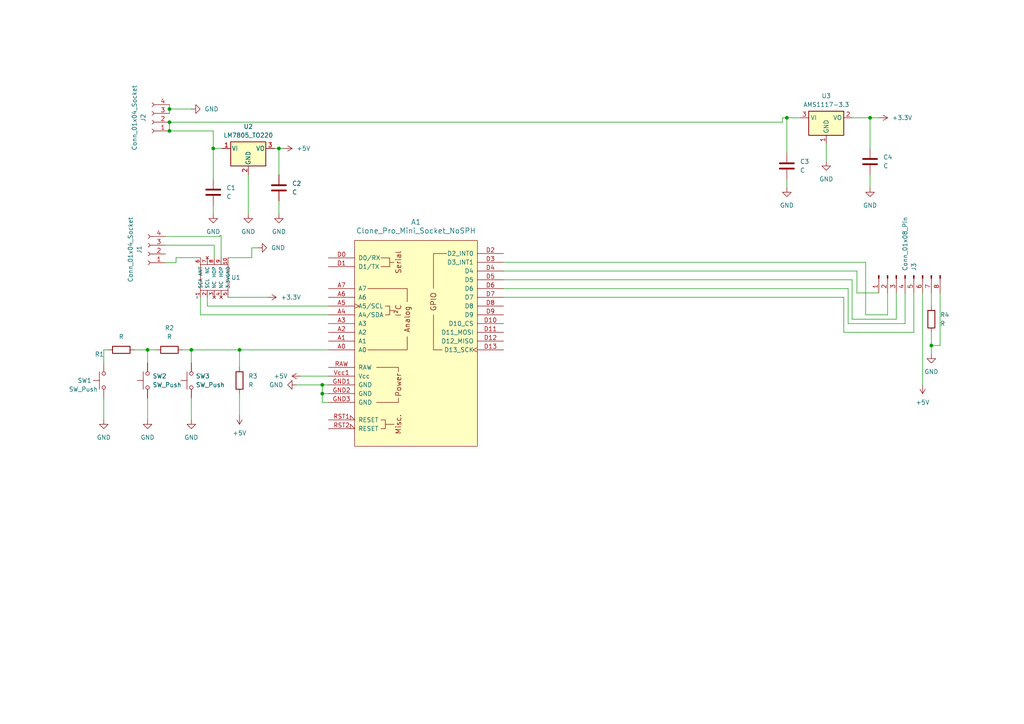
<source format=kicad_sch>
(kicad_sch (version 20230121) (generator eeschema)

  (uuid 05e959f9-bfc6-443c-aba1-40a733f134e9)

  (paper "A4")

  (lib_symbols
    (symbol "Connector:Conn_01x04_Socket" (pin_names (offset 1.016) hide) (in_bom yes) (on_board yes)
      (property "Reference" "J" (at 0 5.08 0)
        (effects (font (size 1.27 1.27)))
      )
      (property "Value" "Conn_01x04_Socket" (at 0 -7.62 0)
        (effects (font (size 1.27 1.27)))
      )
      (property "Footprint" "" (at 0 0 0)
        (effects (font (size 1.27 1.27)) hide)
      )
      (property "Datasheet" "~" (at 0 0 0)
        (effects (font (size 1.27 1.27)) hide)
      )
      (property "ki_locked" "" (at 0 0 0)
        (effects (font (size 1.27 1.27)))
      )
      (property "ki_keywords" "connector" (at 0 0 0)
        (effects (font (size 1.27 1.27)) hide)
      )
      (property "ki_description" "Generic connector, single row, 01x04, script generated" (at 0 0 0)
        (effects (font (size 1.27 1.27)) hide)
      )
      (property "ki_fp_filters" "Connector*:*_1x??_*" (at 0 0 0)
        (effects (font (size 1.27 1.27)) hide)
      )
      (symbol "Conn_01x04_Socket_1_1"
        (arc (start 0 -4.572) (mid -0.5058 -5.08) (end 0 -5.588)
          (stroke (width 0.1524) (type default))
          (fill (type none))
        )
        (arc (start 0 -2.032) (mid -0.5058 -2.54) (end 0 -3.048)
          (stroke (width 0.1524) (type default))
          (fill (type none))
        )
        (polyline
          (pts
            (xy -1.27 -5.08)
            (xy -0.508 -5.08)
          )
          (stroke (width 0.1524) (type default))
          (fill (type none))
        )
        (polyline
          (pts
            (xy -1.27 -2.54)
            (xy -0.508 -2.54)
          )
          (stroke (width 0.1524) (type default))
          (fill (type none))
        )
        (polyline
          (pts
            (xy -1.27 0)
            (xy -0.508 0)
          )
          (stroke (width 0.1524) (type default))
          (fill (type none))
        )
        (polyline
          (pts
            (xy -1.27 2.54)
            (xy -0.508 2.54)
          )
          (stroke (width 0.1524) (type default))
          (fill (type none))
        )
        (arc (start 0 0.508) (mid -0.5058 0) (end 0 -0.508)
          (stroke (width 0.1524) (type default))
          (fill (type none))
        )
        (arc (start 0 3.048) (mid -0.5058 2.54) (end 0 2.032)
          (stroke (width 0.1524) (type default))
          (fill (type none))
        )
        (pin passive line (at -5.08 2.54 0) (length 3.81)
          (name "Pin_1" (effects (font (size 1.27 1.27))))
          (number "1" (effects (font (size 1.27 1.27))))
        )
        (pin passive line (at -5.08 0 0) (length 3.81)
          (name "Pin_2" (effects (font (size 1.27 1.27))))
          (number "2" (effects (font (size 1.27 1.27))))
        )
        (pin passive line (at -5.08 -2.54 0) (length 3.81)
          (name "Pin_3" (effects (font (size 1.27 1.27))))
          (number "3" (effects (font (size 1.27 1.27))))
        )
        (pin passive line (at -5.08 -5.08 0) (length 3.81)
          (name "Pin_4" (effects (font (size 1.27 1.27))))
          (number "4" (effects (font (size 1.27 1.27))))
        )
      )
    )
    (symbol "Connector:Conn_01x08_Pin" (pin_names (offset 1.016) hide) (in_bom yes) (on_board yes)
      (property "Reference" "J" (at 0 10.16 0)
        (effects (font (size 1.27 1.27)))
      )
      (property "Value" "Conn_01x08_Pin" (at 0 -12.7 0)
        (effects (font (size 1.27 1.27)))
      )
      (property "Footprint" "" (at 0 0 0)
        (effects (font (size 1.27 1.27)) hide)
      )
      (property "Datasheet" "~" (at 0 0 0)
        (effects (font (size 1.27 1.27)) hide)
      )
      (property "ki_locked" "" (at 0 0 0)
        (effects (font (size 1.27 1.27)))
      )
      (property "ki_keywords" "connector" (at 0 0 0)
        (effects (font (size 1.27 1.27)) hide)
      )
      (property "ki_description" "Generic connector, single row, 01x08, script generated" (at 0 0 0)
        (effects (font (size 1.27 1.27)) hide)
      )
      (property "ki_fp_filters" "Connector*:*_1x??_*" (at 0 0 0)
        (effects (font (size 1.27 1.27)) hide)
      )
      (symbol "Conn_01x08_Pin_1_1"
        (polyline
          (pts
            (xy 1.27 -10.16)
            (xy 0.8636 -10.16)
          )
          (stroke (width 0.1524) (type default))
          (fill (type none))
        )
        (polyline
          (pts
            (xy 1.27 -7.62)
            (xy 0.8636 -7.62)
          )
          (stroke (width 0.1524) (type default))
          (fill (type none))
        )
        (polyline
          (pts
            (xy 1.27 -5.08)
            (xy 0.8636 -5.08)
          )
          (stroke (width 0.1524) (type default))
          (fill (type none))
        )
        (polyline
          (pts
            (xy 1.27 -2.54)
            (xy 0.8636 -2.54)
          )
          (stroke (width 0.1524) (type default))
          (fill (type none))
        )
        (polyline
          (pts
            (xy 1.27 0)
            (xy 0.8636 0)
          )
          (stroke (width 0.1524) (type default))
          (fill (type none))
        )
        (polyline
          (pts
            (xy 1.27 2.54)
            (xy 0.8636 2.54)
          )
          (stroke (width 0.1524) (type default))
          (fill (type none))
        )
        (polyline
          (pts
            (xy 1.27 5.08)
            (xy 0.8636 5.08)
          )
          (stroke (width 0.1524) (type default))
          (fill (type none))
        )
        (polyline
          (pts
            (xy 1.27 7.62)
            (xy 0.8636 7.62)
          )
          (stroke (width 0.1524) (type default))
          (fill (type none))
        )
        (rectangle (start 0.8636 -10.033) (end 0 -10.287)
          (stroke (width 0.1524) (type default))
          (fill (type outline))
        )
        (rectangle (start 0.8636 -7.493) (end 0 -7.747)
          (stroke (width 0.1524) (type default))
          (fill (type outline))
        )
        (rectangle (start 0.8636 -4.953) (end 0 -5.207)
          (stroke (width 0.1524) (type default))
          (fill (type outline))
        )
        (rectangle (start 0.8636 -2.413) (end 0 -2.667)
          (stroke (width 0.1524) (type default))
          (fill (type outline))
        )
        (rectangle (start 0.8636 0.127) (end 0 -0.127)
          (stroke (width 0.1524) (type default))
          (fill (type outline))
        )
        (rectangle (start 0.8636 2.667) (end 0 2.413)
          (stroke (width 0.1524) (type default))
          (fill (type outline))
        )
        (rectangle (start 0.8636 5.207) (end 0 4.953)
          (stroke (width 0.1524) (type default))
          (fill (type outline))
        )
        (rectangle (start 0.8636 7.747) (end 0 7.493)
          (stroke (width 0.1524) (type default))
          (fill (type outline))
        )
        (pin passive line (at 5.08 7.62 180) (length 3.81)
          (name "Pin_1" (effects (font (size 1.27 1.27))))
          (number "1" (effects (font (size 1.27 1.27))))
        )
        (pin passive line (at 5.08 5.08 180) (length 3.81)
          (name "Pin_2" (effects (font (size 1.27 1.27))))
          (number "2" (effects (font (size 1.27 1.27))))
        )
        (pin passive line (at 5.08 2.54 180) (length 3.81)
          (name "Pin_3" (effects (font (size 1.27 1.27))))
          (number "3" (effects (font (size 1.27 1.27))))
        )
        (pin passive line (at 5.08 0 180) (length 3.81)
          (name "Pin_4" (effects (font (size 1.27 1.27))))
          (number "4" (effects (font (size 1.27 1.27))))
        )
        (pin passive line (at 5.08 -2.54 180) (length 3.81)
          (name "Pin_5" (effects (font (size 1.27 1.27))))
          (number "5" (effects (font (size 1.27 1.27))))
        )
        (pin passive line (at 5.08 -5.08 180) (length 3.81)
          (name "Pin_6" (effects (font (size 1.27 1.27))))
          (number "6" (effects (font (size 1.27 1.27))))
        )
        (pin passive line (at 5.08 -7.62 180) (length 3.81)
          (name "Pin_7" (effects (font (size 1.27 1.27))))
          (number "7" (effects (font (size 1.27 1.27))))
        )
        (pin passive line (at 5.08 -10.16 180) (length 3.81)
          (name "Pin_8" (effects (font (size 1.27 1.27))))
          (number "8" (effects (font (size 1.27 1.27))))
        )
      )
    )
    (symbol "Device:C" (pin_numbers hide) (pin_names (offset 0.254)) (in_bom yes) (on_board yes)
      (property "Reference" "C" (at 0.635 2.54 0)
        (effects (font (size 1.27 1.27)) (justify left))
      )
      (property "Value" "C" (at 0.635 -2.54 0)
        (effects (font (size 1.27 1.27)) (justify left))
      )
      (property "Footprint" "" (at 0.9652 -3.81 0)
        (effects (font (size 1.27 1.27)) hide)
      )
      (property "Datasheet" "~" (at 0 0 0)
        (effects (font (size 1.27 1.27)) hide)
      )
      (property "ki_keywords" "cap capacitor" (at 0 0 0)
        (effects (font (size 1.27 1.27)) hide)
      )
      (property "ki_description" "Unpolarized capacitor" (at 0 0 0)
        (effects (font (size 1.27 1.27)) hide)
      )
      (property "ki_fp_filters" "C_*" (at 0 0 0)
        (effects (font (size 1.27 1.27)) hide)
      )
      (symbol "C_0_1"
        (polyline
          (pts
            (xy -2.032 -0.762)
            (xy 2.032 -0.762)
          )
          (stroke (width 0.508) (type default))
          (fill (type none))
        )
        (polyline
          (pts
            (xy -2.032 0.762)
            (xy 2.032 0.762)
          )
          (stroke (width 0.508) (type default))
          (fill (type none))
        )
      )
      (symbol "C_1_1"
        (pin passive line (at 0 3.81 270) (length 2.794)
          (name "~" (effects (font (size 1.27 1.27))))
          (number "1" (effects (font (size 1.27 1.27))))
        )
        (pin passive line (at 0 -3.81 90) (length 2.794)
          (name "~" (effects (font (size 1.27 1.27))))
          (number "2" (effects (font (size 1.27 1.27))))
        )
      )
    )
    (symbol "Device:R" (pin_numbers hide) (pin_names (offset 0)) (in_bom yes) (on_board yes)
      (property "Reference" "R" (at 2.032 0 90)
        (effects (font (size 1.27 1.27)))
      )
      (property "Value" "R" (at 0 0 90)
        (effects (font (size 1.27 1.27)))
      )
      (property "Footprint" "" (at -1.778 0 90)
        (effects (font (size 1.27 1.27)) hide)
      )
      (property "Datasheet" "~" (at 0 0 0)
        (effects (font (size 1.27 1.27)) hide)
      )
      (property "ki_keywords" "R res resistor" (at 0 0 0)
        (effects (font (size 1.27 1.27)) hide)
      )
      (property "ki_description" "Resistor" (at 0 0 0)
        (effects (font (size 1.27 1.27)) hide)
      )
      (property "ki_fp_filters" "R_*" (at 0 0 0)
        (effects (font (size 1.27 1.27)) hide)
      )
      (symbol "R_0_1"
        (rectangle (start -1.016 -2.54) (end 1.016 2.54)
          (stroke (width 0.254) (type default))
          (fill (type none))
        )
      )
      (symbol "R_1_1"
        (pin passive line (at 0 3.81 270) (length 1.27)
          (name "~" (effects (font (size 1.27 1.27))))
          (number "1" (effects (font (size 1.27 1.27))))
        )
        (pin passive line (at 0 -3.81 90) (length 1.27)
          (name "~" (effects (font (size 1.27 1.27))))
          (number "2" (effects (font (size 1.27 1.27))))
        )
      )
    )
    (symbol "New_Library:RDA" (in_bom yes) (on_board yes)
      (property "Reference" "U3" (at 5.75 -8.89 90)
        (effects (font (size 1.27 1.27)) (justify right))
      )
      (property "Value" "~" (at 0 1 0)
        (effects (font (size 1.27 1.27)))
      )
      (property "Footprint" "" (at 0 1 0)
        (effects (font (size 1.27 1.27)) hide)
      )
      (property "Datasheet" "" (at 0 1 0)
        (effects (font (size 1.27 1.27)) hide)
      )
      (property "ki_locked" "" (at 0 0 0)
        (effects (font (size 1.27 1.27)))
      )
      (symbol "RDA_1_1"
        (rectangle (start 2 0) (end 9.5 -8)
          (stroke (width 0) (type default))
          (fill (type none))
        )
        (pin tri_state line (at 0 0 0) (length 2)
          (name "SCA" (effects (font (size 1 1))))
          (number "1" (effects (font (size 1 1))))
        )
        (pin power_in line (at 11.5 -8 180) (length 2)
          (name "GND" (effects (font (size 1 1))))
          (number "10" (effects (font (size 1 1))))
        )
        (pin tri_state line (at 0 -2 0) (length 2)
          (name "SCL" (effects (font (size 1 1))))
          (number "2" (effects (font (size 1 1))))
        )
        (pin no_connect line (at 0 -4 0) (length 2)
          (name "NC" (effects (font (size 1 1))))
          (number "3" (effects (font (size 1 1))))
        )
        (pin no_connect line (at 0 -6 0) (length 2)
          (name "NC" (effects (font (size 1 1))))
          (number "4" (effects (font (size 1 1))))
        )
        (pin power_in line (at 0 -8 0) (length 2)
          (name "3.3V" (effects (font (size 1 1))))
          (number "5" (effects (font (size 1 1))))
        )
        (pin output line (at 11.5 0 180) (length 2)
          (name "ANT" (effects (font (size 1 1))))
          (number "6" (effects (font (size 1 1))))
        )
        (pin no_connect line (at 11.5 -2 180) (length 2)
          (name "NC" (effects (font (size 1 1))))
          (number "7" (effects (font (size 1 1))))
        )
        (pin output line (at 11.5 -4 180) (length 2)
          (name "HOP" (effects (font (size 1 1))))
          (number "8" (effects (font (size 1 1))))
        )
        (pin output line (at 11.5 -6 180) (length 2)
          (name "HOP" (effects (font (size 1 1))))
          (number "9" (effects (font (size 1 1))))
        )
      )
    )
    (symbol "PCM_arduino-library:Clone_Pro_Mini_Socket_NoSPH" (pin_names (offset 1.016)) (in_bom yes) (on_board yes)
      (property "Reference" "A" (at 0 36.83 0)
        (effects (font (size 1.524 1.524)))
      )
      (property "Value" "Clone_Pro_Mini_Socket_NoSPH" (at 0 33.02 0)
        (effects (font (size 1.524 1.524)))
      )
      (property "Footprint" "PCM_arduino-library:Clone_Pro_Mini_Socket_NoSPH" (at 0 -36.83 0)
        (effects (font (size 1.524 1.524)) hide)
      )
      (property "Datasheet" "https://www.addicore.com/Pro-Mini-p/ad249.htm" (at 0 -33.02 0)
        (effects (font (size 1.524 1.524)) hide)
      )
      (property "ki_keywords" "Clone MPU Shield" (at 0 0 0)
        (effects (font (size 1.27 1.27)) hide)
      )
      (property "ki_description" "Socket for Common Unofficial Pro Mini Clone (without Programming Header Pins)" (at 0 0 0)
        (effects (font (size 1.27 1.27)) hide)
      )
      (property "ki_fp_filters" "Clone_Pro_Mini_Socket_NoSPH" (at 0 0 0)
        (effects (font (size 1.27 1.27)) hide)
      )
      (symbol "Clone_Pro_Mini_Socket_NoSPH_0_0"
        (rectangle (start -17.78 30.48) (end 17.78 -29.21)
          (stroke (width 0) (type default))
          (fill (type background))
        )
        (polyline
          (pts
            (xy -7.62 10.16)
            (xy -6.35 10.16)
          )
          (stroke (width 0) (type default))
          (fill (type none))
        )
        (polyline
          (pts
            (xy -7.62 24.13)
            (xy -6.35 24.13)
          )
          (stroke (width 0) (type default))
          (fill (type none))
        )
        (polyline
          (pts
            (xy -6.35 -22.86)
            (xy -8.89 -22.86)
          )
          (stroke (width 0) (type default))
          (fill (type none))
        )
        (polyline
          (pts
            (xy -11.43 -16.51)
            (xy -5.08 -16.51)
            (xy -5.08 -15.24)
          )
          (stroke (width 0) (type default))
          (fill (type none))
        )
        (polyline
          (pts
            (xy -5.08 -7.62)
            (xy -5.08 -6.35)
            (xy -11.43 -6.35)
          )
          (stroke (width 0) (type default))
          (fill (type none))
        )
        (polyline
          (pts
            (xy -2.54 2.54)
            (xy -2.54 -1.27)
            (xy -13.97 -1.27)
          )
          (stroke (width 0) (type default))
          (fill (type none))
        )
        (polyline
          (pts
            (xy -2.54 12.7)
            (xy -2.54 16.51)
            (xy -13.97 16.51)
          )
          (stroke (width 0) (type default))
          (fill (type none))
        )
        (polyline
          (pts
            (xy -10.16 25.4)
            (xy -7.62 25.4)
            (xy -7.62 22.86)
            (xy -10.16 22.86)
          )
          (stroke (width 0) (type default))
          (fill (type none))
        )
        (polyline
          (pts
            (xy -8.89 11.43)
            (xy -7.62 11.43)
            (xy -7.62 8.89)
            (xy -8.89 8.89)
          )
          (stroke (width 0) (type default))
          (fill (type none))
        )
        (text "Analog" (at -2.54 7.62 900)
          (effects (font (size 1.524 1.524)))
        )
        (text "I²C" (at -5.08 10.16 900)
          (effects (font (size 1.524 1.524)))
        )
        (text "Misc." (at -5.08 -22.86 900)
          (effects (font (size 1.524 1.524)))
        )
        (text "Power" (at -5.08 -11.43 900)
          (effects (font (size 1.524 1.524)))
        )
        (text "Serial" (at -5.08 24.13 900)
          (effects (font (size 1.524 1.524)))
        )
      )
      (symbol "Clone_Pro_Mini_Socket_NoSPH_0_1"
        (polyline
          (pts
            (xy 7.62 -1.27)
            (xy 5.08 -1.27)
            (xy 5.08 8.89)
          )
          (stroke (width 0) (type default))
          (fill (type none))
        )
        (polyline
          (pts
            (xy 8.89 26.67)
            (xy 5.08 26.67)
            (xy 5.08 16.51)
          )
          (stroke (width 0) (type default))
          (fill (type none))
        )
        (polyline
          (pts
            (xy -10.16 -24.13)
            (xy -8.89 -24.13)
            (xy -8.89 -21.59)
            (xy -10.16 -21.59)
          )
          (stroke (width 0) (type default))
          (fill (type none))
        )
      )
      (symbol "Clone_Pro_Mini_Socket_NoSPH_1_0"
        (text "GPIO" (at 5.08 12.7 900)
          (effects (font (size 1.524 1.524)))
        )
      )
      (symbol "Clone_Pro_Mini_Socket_NoSPH_1_1"
        (pin bidirectional line (at -25.4 -1.27 0) (length 7.62)
          (name "A0" (effects (font (size 1.27 1.27))))
          (number "A0" (effects (font (size 1.27 1.27))))
        )
        (pin bidirectional line (at -25.4 1.27 0) (length 7.62)
          (name "A1" (effects (font (size 1.27 1.27))))
          (number "A1" (effects (font (size 1.27 1.27))))
        )
        (pin bidirectional line (at -25.4 3.81 0) (length 7.62)
          (name "A2" (effects (font (size 1.27 1.27))))
          (number "A2" (effects (font (size 1.27 1.27))))
        )
        (pin bidirectional line (at -25.4 6.35 0) (length 7.62)
          (name "A3" (effects (font (size 1.27 1.27))))
          (number "A3" (effects (font (size 1.27 1.27))))
        )
        (pin bidirectional line (at -25.4 8.89 0) (length 7.62)
          (name "A4/SDA" (effects (font (size 1.27 1.27))))
          (number "A4" (effects (font (size 1.27 1.27))))
        )
        (pin bidirectional clock (at -25.4 11.43 0) (length 7.62)
          (name "A5/SCL" (effects (font (size 1.27 1.27))))
          (number "A5" (effects (font (size 1.27 1.27))))
        )
        (pin input line (at -25.4 13.97 0) (length 7.62)
          (name "A6" (effects (font (size 1.27 1.27))))
          (number "A6" (effects (font (size 1.27 1.27))))
        )
        (pin input line (at -25.4 16.51 0) (length 7.62)
          (name "A7" (effects (font (size 1.27 1.27))))
          (number "A7" (effects (font (size 1.27 1.27))))
        )
        (pin bidirectional line (at -25.4 25.4 0) (length 7.62)
          (name "D0/RX" (effects (font (size 1.27 1.27))))
          (number "D0" (effects (font (size 1.27 1.27))))
        )
        (pin bidirectional line (at -25.4 22.86 0) (length 7.62)
          (name "D1/TX" (effects (font (size 1.27 1.27))))
          (number "D1" (effects (font (size 1.27 1.27))))
        )
        (pin bidirectional line (at 25.4 6.35 180) (length 7.62)
          (name "D10_CS" (effects (font (size 1.27 1.27))))
          (number "D10" (effects (font (size 1.27 1.27))))
        )
        (pin bidirectional line (at 25.4 3.81 180) (length 7.62)
          (name "D11_MOSI" (effects (font (size 1.27 1.27))))
          (number "D11" (effects (font (size 1.27 1.27))))
        )
        (pin bidirectional line (at 25.4 1.27 180) (length 7.62)
          (name "D12_MISO" (effects (font (size 1.27 1.27))))
          (number "D12" (effects (font (size 1.27 1.27))))
        )
        (pin bidirectional clock (at 25.4 -1.27 180) (length 7.62)
          (name "D13_SCK" (effects (font (size 1.27 1.27))))
          (number "D13" (effects (font (size 1.27 1.27))))
        )
        (pin bidirectional line (at 25.4 26.67 180) (length 7.62)
          (name "D2_INT0" (effects (font (size 1.27 1.27))))
          (number "D2" (effects (font (size 1.27 1.27))))
        )
        (pin bidirectional line (at 25.4 24.13 180) (length 7.62)
          (name "D3_INT1" (effects (font (size 1.27 1.27))))
          (number "D3" (effects (font (size 1.27 1.27))))
        )
        (pin bidirectional line (at 25.4 21.59 180) (length 7.62)
          (name "D4" (effects (font (size 1.27 1.27))))
          (number "D4" (effects (font (size 1.27 1.27))))
        )
        (pin bidirectional line (at 25.4 19.05 180) (length 7.62)
          (name "D5" (effects (font (size 1.27 1.27))))
          (number "D5" (effects (font (size 1.27 1.27))))
        )
        (pin bidirectional line (at 25.4 16.51 180) (length 7.62)
          (name "D6" (effects (font (size 1.27 1.27))))
          (number "D6" (effects (font (size 1.27 1.27))))
        )
        (pin bidirectional line (at 25.4 13.97 180) (length 7.62)
          (name "D7" (effects (font (size 1.27 1.27))))
          (number "D7" (effects (font (size 1.27 1.27))))
        )
        (pin bidirectional line (at 25.4 11.43 180) (length 7.62)
          (name "D8" (effects (font (size 1.27 1.27))))
          (number "D8" (effects (font (size 1.27 1.27))))
        )
        (pin bidirectional line (at 25.4 8.89 180) (length 7.62)
          (name "D9" (effects (font (size 1.27 1.27))))
          (number "D9" (effects (font (size 1.27 1.27))))
        )
        (pin power_in line (at -25.4 -11.43 0) (length 7.62)
          (name "GND" (effects (font (size 1.27 1.27))))
          (number "GND1" (effects (font (size 1.27 1.27))))
        )
        (pin power_in line (at -25.4 -13.97 0) (length 7.62)
          (name "GND" (effects (font (size 1.27 1.27))))
          (number "GND2" (effects (font (size 1.27 1.27))))
        )
        (pin power_in line (at -25.4 -16.51 0) (length 7.62)
          (name "GND" (effects (font (size 1.27 1.27))))
          (number "GND3" (effects (font (size 1.27 1.27))))
        )
        (pin power_in line (at -25.4 -6.35 0) (length 7.62)
          (name "RAW" (effects (font (size 1.27 1.27))))
          (number "RAW" (effects (font (size 1.27 1.27))))
        )
        (pin open_collector input_low (at -25.4 -21.59 0) (length 7.62)
          (name "RESET" (effects (font (size 1.27 1.27))))
          (number "RST1" (effects (font (size 1.27 1.27))))
        )
        (pin open_collector input_low (at -25.4 -24.13 0) (length 7.62)
          (name "RESET" (effects (font (size 1.27 1.27))))
          (number "RST2" (effects (font (size 1.27 1.27))))
        )
        (pin power_in line (at -25.4 -8.89 0) (length 7.62)
          (name "Vcc" (effects (font (size 1.27 1.27))))
          (number "Vcc1" (effects (font (size 1.27 1.27))))
        )
      )
    )
    (symbol "Regulator_Linear:AMS1117-3.3" (in_bom yes) (on_board yes)
      (property "Reference" "U" (at -3.81 3.175 0)
        (effects (font (size 1.27 1.27)))
      )
      (property "Value" "AMS1117-3.3" (at 0 3.175 0)
        (effects (font (size 1.27 1.27)) (justify left))
      )
      (property "Footprint" "Package_TO_SOT_SMD:SOT-223-3_TabPin2" (at 0 5.08 0)
        (effects (font (size 1.27 1.27)) hide)
      )
      (property "Datasheet" "http://www.advanced-monolithic.com/pdf/ds1117.pdf" (at 2.54 -6.35 0)
        (effects (font (size 1.27 1.27)) hide)
      )
      (property "ki_keywords" "linear regulator ldo fixed positive" (at 0 0 0)
        (effects (font (size 1.27 1.27)) hide)
      )
      (property "ki_description" "1A Low Dropout regulator, positive, 3.3V fixed output, SOT-223" (at 0 0 0)
        (effects (font (size 1.27 1.27)) hide)
      )
      (property "ki_fp_filters" "SOT?223*TabPin2*" (at 0 0 0)
        (effects (font (size 1.27 1.27)) hide)
      )
      (symbol "AMS1117-3.3_0_1"
        (rectangle (start -5.08 -5.08) (end 5.08 1.905)
          (stroke (width 0.254) (type default))
          (fill (type background))
        )
      )
      (symbol "AMS1117-3.3_1_1"
        (pin power_in line (at 0 -7.62 90) (length 2.54)
          (name "GND" (effects (font (size 1.27 1.27))))
          (number "1" (effects (font (size 1.27 1.27))))
        )
        (pin power_out line (at 7.62 0 180) (length 2.54)
          (name "VO" (effects (font (size 1.27 1.27))))
          (number "2" (effects (font (size 1.27 1.27))))
        )
        (pin power_in line (at -7.62 0 0) (length 2.54)
          (name "VI" (effects (font (size 1.27 1.27))))
          (number "3" (effects (font (size 1.27 1.27))))
        )
      )
    )
    (symbol "Regulator_Linear:LM7805_TO220" (pin_names (offset 0.254)) (in_bom yes) (on_board yes)
      (property "Reference" "U" (at -3.81 3.175 0)
        (effects (font (size 1.27 1.27)))
      )
      (property "Value" "LM7805_TO220" (at 0 3.175 0)
        (effects (font (size 1.27 1.27)) (justify left))
      )
      (property "Footprint" "Package_TO_SOT_THT:TO-220-3_Vertical" (at 0 5.715 0)
        (effects (font (size 1.27 1.27) italic) hide)
      )
      (property "Datasheet" "https://www.onsemi.cn/PowerSolutions/document/MC7800-D.PDF" (at 0 -1.27 0)
        (effects (font (size 1.27 1.27)) hide)
      )
      (property "ki_keywords" "Voltage Regulator 1A Positive" (at 0 0 0)
        (effects (font (size 1.27 1.27)) hide)
      )
      (property "ki_description" "Positive 1A 35V Linear Regulator, Fixed Output 5V, TO-220" (at 0 0 0)
        (effects (font (size 1.27 1.27)) hide)
      )
      (property "ki_fp_filters" "TO?220*" (at 0 0 0)
        (effects (font (size 1.27 1.27)) hide)
      )
      (symbol "LM7805_TO220_0_1"
        (rectangle (start -5.08 1.905) (end 5.08 -5.08)
          (stroke (width 0.254) (type default))
          (fill (type background))
        )
      )
      (symbol "LM7805_TO220_1_1"
        (pin power_in line (at -7.62 0 0) (length 2.54)
          (name "VI" (effects (font (size 1.27 1.27))))
          (number "1" (effects (font (size 1.27 1.27))))
        )
        (pin power_in line (at 0 -7.62 90) (length 2.54)
          (name "GND" (effects (font (size 1.27 1.27))))
          (number "2" (effects (font (size 1.27 1.27))))
        )
        (pin power_out line (at 7.62 0 180) (length 2.54)
          (name "VO" (effects (font (size 1.27 1.27))))
          (number "3" (effects (font (size 1.27 1.27))))
        )
      )
    )
    (symbol "Switch:SW_Push" (pin_numbers hide) (pin_names (offset 1.016) hide) (in_bom yes) (on_board yes)
      (property "Reference" "SW" (at 1.27 2.54 0)
        (effects (font (size 1.27 1.27)) (justify left))
      )
      (property "Value" "SW_Push" (at 0 -1.524 0)
        (effects (font (size 1.27 1.27)))
      )
      (property "Footprint" "" (at 0 5.08 0)
        (effects (font (size 1.27 1.27)) hide)
      )
      (property "Datasheet" "~" (at 0 5.08 0)
        (effects (font (size 1.27 1.27)) hide)
      )
      (property "ki_keywords" "switch normally-open pushbutton push-button" (at 0 0 0)
        (effects (font (size 1.27 1.27)) hide)
      )
      (property "ki_description" "Push button switch, generic, two pins" (at 0 0 0)
        (effects (font (size 1.27 1.27)) hide)
      )
      (symbol "SW_Push_0_1"
        (circle (center -2.032 0) (radius 0.508)
          (stroke (width 0) (type default))
          (fill (type none))
        )
        (polyline
          (pts
            (xy 0 1.27)
            (xy 0 3.048)
          )
          (stroke (width 0) (type default))
          (fill (type none))
        )
        (polyline
          (pts
            (xy 2.54 1.27)
            (xy -2.54 1.27)
          )
          (stroke (width 0) (type default))
          (fill (type none))
        )
        (circle (center 2.032 0) (radius 0.508)
          (stroke (width 0) (type default))
          (fill (type none))
        )
        (pin passive line (at -5.08 0 0) (length 2.54)
          (name "1" (effects (font (size 1.27 1.27))))
          (number "1" (effects (font (size 1.27 1.27))))
        )
        (pin passive line (at 5.08 0 180) (length 2.54)
          (name "2" (effects (font (size 1.27 1.27))))
          (number "2" (effects (font (size 1.27 1.27))))
        )
      )
    )
    (symbol "power:+3.3V" (power) (pin_names (offset 0)) (in_bom yes) (on_board yes)
      (property "Reference" "#PWR" (at 0 -3.81 0)
        (effects (font (size 1.27 1.27)) hide)
      )
      (property "Value" "+3.3V" (at 0 3.556 0)
        (effects (font (size 1.27 1.27)))
      )
      (property "Footprint" "" (at 0 0 0)
        (effects (font (size 1.27 1.27)) hide)
      )
      (property "Datasheet" "" (at 0 0 0)
        (effects (font (size 1.27 1.27)) hide)
      )
      (property "ki_keywords" "global power" (at 0 0 0)
        (effects (font (size 1.27 1.27)) hide)
      )
      (property "ki_description" "Power symbol creates a global label with name \"+3.3V\"" (at 0 0 0)
        (effects (font (size 1.27 1.27)) hide)
      )
      (symbol "+3.3V_0_1"
        (polyline
          (pts
            (xy -0.762 1.27)
            (xy 0 2.54)
          )
          (stroke (width 0) (type default))
          (fill (type none))
        )
        (polyline
          (pts
            (xy 0 0)
            (xy 0 2.54)
          )
          (stroke (width 0) (type default))
          (fill (type none))
        )
        (polyline
          (pts
            (xy 0 2.54)
            (xy 0.762 1.27)
          )
          (stroke (width 0) (type default))
          (fill (type none))
        )
      )
      (symbol "+3.3V_1_1"
        (pin power_in line (at 0 0 90) (length 0) hide
          (name "+3.3V" (effects (font (size 1.27 1.27))))
          (number "1" (effects (font (size 1.27 1.27))))
        )
      )
    )
    (symbol "power:+5V" (power) (pin_names (offset 0)) (in_bom yes) (on_board yes)
      (property "Reference" "#PWR" (at 0 -3.81 0)
        (effects (font (size 1.27 1.27)) hide)
      )
      (property "Value" "+5V" (at 0 3.556 0)
        (effects (font (size 1.27 1.27)))
      )
      (property "Footprint" "" (at 0 0 0)
        (effects (font (size 1.27 1.27)) hide)
      )
      (property "Datasheet" "" (at 0 0 0)
        (effects (font (size 1.27 1.27)) hide)
      )
      (property "ki_keywords" "global power" (at 0 0 0)
        (effects (font (size 1.27 1.27)) hide)
      )
      (property "ki_description" "Power symbol creates a global label with name \"+5V\"" (at 0 0 0)
        (effects (font (size 1.27 1.27)) hide)
      )
      (symbol "+5V_0_1"
        (polyline
          (pts
            (xy -0.762 1.27)
            (xy 0 2.54)
          )
          (stroke (width 0) (type default))
          (fill (type none))
        )
        (polyline
          (pts
            (xy 0 0)
            (xy 0 2.54)
          )
          (stroke (width 0) (type default))
          (fill (type none))
        )
        (polyline
          (pts
            (xy 0 2.54)
            (xy 0.762 1.27)
          )
          (stroke (width 0) (type default))
          (fill (type none))
        )
      )
      (symbol "+5V_1_1"
        (pin power_in line (at 0 0 90) (length 0) hide
          (name "+5V" (effects (font (size 1.27 1.27))))
          (number "1" (effects (font (size 1.27 1.27))))
        )
      )
    )
    (symbol "power:GND" (power) (pin_names (offset 0)) (in_bom yes) (on_board yes)
      (property "Reference" "#PWR" (at 0 -6.35 0)
        (effects (font (size 1.27 1.27)) hide)
      )
      (property "Value" "GND" (at 0 -3.81 0)
        (effects (font (size 1.27 1.27)))
      )
      (property "Footprint" "" (at 0 0 0)
        (effects (font (size 1.27 1.27)) hide)
      )
      (property "Datasheet" "" (at 0 0 0)
        (effects (font (size 1.27 1.27)) hide)
      )
      (property "ki_keywords" "global power" (at 0 0 0)
        (effects (font (size 1.27 1.27)) hide)
      )
      (property "ki_description" "Power symbol creates a global label with name \"GND\" , ground" (at 0 0 0)
        (effects (font (size 1.27 1.27)) hide)
      )
      (symbol "GND_0_1"
        (polyline
          (pts
            (xy 0 0)
            (xy 0 -1.27)
            (xy 1.27 -1.27)
            (xy 0 -2.54)
            (xy -1.27 -1.27)
            (xy 0 -1.27)
          )
          (stroke (width 0) (type default))
          (fill (type none))
        )
      )
      (symbol "GND_1_1"
        (pin power_in line (at 0 0 270) (length 0) hide
          (name "GND" (effects (font (size 1.27 1.27))))
          (number "1" (effects (font (size 1.27 1.27))))
        )
      )
    )
  )

  (junction (at 228.219 34.163) (diameter 0) (color 0 0 0 0)
    (uuid 1c1fa6e9-31dc-4656-bcdd-403b6ef17b66)
  )
  (junction (at 93.472 114.173) (diameter 0) (color 0 0 0 0)
    (uuid 2e7fb55c-b04f-4a37-bb3f-4e8c899f1fbb)
  )
  (junction (at 49.149 37.973) (diameter 0) (color 0 0 0 0)
    (uuid 747359cf-4aeb-4fad-9e56-08e06b007d06)
  )
  (junction (at 69.469 101.473) (diameter 0) (color 0 0 0 0)
    (uuid 77db490f-9ebd-4aa9-99f4-4420b6958f9d)
  )
  (junction (at 42.799 101.473) (diameter 0) (color 0 0 0 0)
    (uuid 8ef502aa-4fa1-46da-8b69-154891ba66c9)
  )
  (junction (at 49.149 31.623) (diameter 0) (color 0 0 0 0)
    (uuid 92a52499-01f7-4a53-b293-18ca13b73918)
  )
  (junction (at 270.129 100.203) (diameter 0) (color 0 0 0 0)
    (uuid b5a22d81-353d-458d-9368-67a64829bd67)
  )
  (junction (at 93.472 111.633) (diameter 0) (color 0 0 0 0)
    (uuid b896109e-2eb5-4552-a860-fa964827fd22)
  )
  (junction (at 55.499 101.473) (diameter 0) (color 0 0 0 0)
    (uuid be729bf3-92d0-4304-b2ae-d527f76c6e08)
  )
  (junction (at 49.149 35.433) (diameter 0) (color 0 0 0 0)
    (uuid c13a823e-8bc2-418d-bc60-05afd77a9a6b)
  )
  (junction (at 61.849 43.053) (diameter 0) (color 0 0 0 0)
    (uuid e5f4feb7-ae2f-471e-87d4-acb725ed0cc9)
  )
  (junction (at 80.899 43.053) (diameter 0) (color 0 0 0 0)
    (uuid e7ff8a71-9513-40fd-a169-4a42d02d7d30)
  )
  (junction (at 252.349 34.163) (diameter 0) (color 0 0 0 0)
    (uuid f82de1dc-f78f-4f6e-b397-1643f070b035)
  )

  (wire (pts (xy 60.135 88.773) (xy 95.25 88.773))
    (stroke (width 0) (type default))
    (uuid 0838a340-07a9-4e4b-9e0c-9283311e33d5)
  )
  (wire (pts (xy 251.079 91.313) (xy 257.429 91.313))
    (stroke (width 0) (type default))
    (uuid 0cb242e1-3892-453e-9835-725e43025458)
  )
  (wire (pts (xy 80.899 43.053) (xy 82.169 43.053))
    (stroke (width 0) (type default))
    (uuid 0d54cac8-a2eb-4ecc-b5e0-82b0f60d628b)
  )
  (wire (pts (xy 51.054 74.733) (xy 51.054 76.2))
    (stroke (width 0) (type default))
    (uuid 11a86dad-66c6-4ffd-b31f-9c616f14e4f3)
  )
  (wire (pts (xy 95.25 114.173) (xy 93.472 114.173))
    (stroke (width 0) (type default))
    (uuid 1202ab99-4031-429f-a3b1-01e9b6f83e9d)
  )
  (wire (pts (xy 69.469 101.473) (xy 55.499 101.473))
    (stroke (width 0) (type default))
    (uuid 1261072b-00cf-44fd-8b2f-56c8d0b231c1)
  )
  (wire (pts (xy 252.349 34.163) (xy 247.269 34.163))
    (stroke (width 0) (type default))
    (uuid 12826c4b-6a88-40f9-95cc-1cd95497d987)
  )
  (wire (pts (xy 272.669 84.963) (xy 272.669 100.203))
    (stroke (width 0) (type default))
    (uuid 1356bd90-55ee-4078-98e8-ccb168d74081)
  )
  (wire (pts (xy 245.999 93.853) (xy 245.999 83.693))
    (stroke (width 0) (type default))
    (uuid 168ed1fc-4967-4741-8b77-e37f7014200b)
  )
  (wire (pts (xy 73.025 74.733) (xy 73.025 71.882))
    (stroke (width 0) (type default))
    (uuid 178e324c-3d04-4fc7-a2fa-b98429eddb53)
  )
  (wire (pts (xy 228.219 34.163) (xy 228.219 44.323))
    (stroke (width 0) (type default))
    (uuid 18e01f61-b6b7-4b63-b626-1eb07dbcc417)
  )
  (wire (pts (xy 31.369 101.473) (xy 30.099 101.473))
    (stroke (width 0) (type default))
    (uuid 1a59f8ba-d1b1-45a9-90f8-adfb2ed8bd84)
  )
  (wire (pts (xy 251.079 76.073) (xy 251.079 91.313))
    (stroke (width 0) (type default))
    (uuid 1d322a3e-79d3-4542-a184-a2f84fbd46b7)
  )
  (wire (pts (xy 49.149 35.433) (xy 49.149 37.973))
    (stroke (width 0) (type default))
    (uuid 1d3dfbb5-5e3d-4a0d-9351-52fafeae0de0)
  )
  (wire (pts (xy 247.142 92.583) (xy 259.969 92.583))
    (stroke (width 0) (type default))
    (uuid 1dd07c7d-cfeb-4cb3-aa79-b715a5215a3f)
  )
  (wire (pts (xy 63.754 68.58) (xy 48.006 68.58))
    (stroke (width 0) (type default))
    (uuid 1fe0ee0e-3a9b-4d3d-85d1-3fa689cdaaf6)
  )
  (wire (pts (xy 146.05 76.073) (xy 251.079 76.073))
    (stroke (width 0) (type default))
    (uuid 28fd73fa-2a53-47d7-b92e-b5cf5f4c31f8)
  )
  (wire (pts (xy 247.142 81.153) (xy 247.142 92.583))
    (stroke (width 0) (type default))
    (uuid 2ac66377-7929-40ca-9654-1f9504487ed3)
  )
  (wire (pts (xy 42.799 101.473) (xy 42.799 105.283))
    (stroke (width 0) (type default))
    (uuid 2c551552-e2ec-44be-91e3-fa3891e554c5)
  )
  (wire (pts (xy 61.849 59.563) (xy 61.849 62.103))
    (stroke (width 0) (type default))
    (uuid 31148f1e-2869-4574-8cc9-2233e8ede6a1)
  )
  (wire (pts (xy 226.949 35.433) (xy 226.949 34.163))
    (stroke (width 0) (type default))
    (uuid 33317fd9-4624-4563-9b2d-30f4a7ca2156)
  )
  (wire (pts (xy 61.849 37.973) (xy 61.849 43.053))
    (stroke (width 0) (type default))
    (uuid 347df277-59b9-4abe-b908-cd086fe34aa2)
  )
  (wire (pts (xy 80.899 58.293) (xy 80.899 62.103))
    (stroke (width 0) (type default))
    (uuid 36a4e77e-ccf6-425e-b48f-574e59c581f5)
  )
  (wire (pts (xy 51.054 74.733) (xy 58.135 74.733))
    (stroke (width 0) (type default))
    (uuid 3c5dae80-636a-46e9-901b-44ae39972ac2)
  )
  (wire (pts (xy 42.799 101.473) (xy 45.339 101.473))
    (stroke (width 0) (type default))
    (uuid 3eda8167-05a6-47e3-9c4a-dfd249727e61)
  )
  (wire (pts (xy 262.509 84.963) (xy 262.509 93.853))
    (stroke (width 0) (type default))
    (uuid 40eec4ac-681a-43e4-8ca9-8c073596f9c3)
  )
  (wire (pts (xy 66.135 74.733) (xy 73.025 74.733))
    (stroke (width 0) (type default))
    (uuid 4407257d-6ae2-4ec7-a1e6-8bed2a542a8a)
  )
  (wire (pts (xy 270.129 84.963) (xy 270.129 88.773))
    (stroke (width 0) (type default))
    (uuid 46d6ac4d-da11-4eb5-9c77-412fc376e0cf)
  )
  (wire (pts (xy 38.989 101.473) (xy 42.799 101.473))
    (stroke (width 0) (type default))
    (uuid 46dbc97e-a494-4d56-8207-86e8be51b2fa)
  )
  (wire (pts (xy 254.889 84.963) (xy 248.539 84.963))
    (stroke (width 0) (type default))
    (uuid 4b01fd88-b3db-4a61-954c-080945361ab7)
  )
  (wire (pts (xy 244.729 96.393) (xy 244.729 86.233))
    (stroke (width 0) (type default))
    (uuid 4b047a67-f9cb-4ffe-b23f-1ae73513959f)
  )
  (wire (pts (xy 30.099 101.473) (xy 30.099 105.283))
    (stroke (width 0) (type default))
    (uuid 4e329c9a-0e2c-462a-aa89-862bc3778ca0)
  )
  (wire (pts (xy 49.149 31.623) (xy 49.149 32.893))
    (stroke (width 0) (type default))
    (uuid 50dec6e9-6a58-4299-bd4d-a4d71a7abcfa)
  )
  (wire (pts (xy 64.135 68.326) (xy 64.135 74.733))
    (stroke (width 0) (type default))
    (uuid 53c02e5a-5689-47d8-8070-a3051435f49d)
  )
  (wire (pts (xy 69.469 101.473) (xy 95.25 101.473))
    (stroke (width 0) (type default))
    (uuid 53ed3cb0-d931-4bea-b2a6-1f011c4ce460)
  )
  (wire (pts (xy 49.149 37.973) (xy 61.849 37.973))
    (stroke (width 0) (type default))
    (uuid 5df8a95b-d849-4dc0-8caa-499f6ceba38f)
  )
  (wire (pts (xy 58.135 91.313) (xy 95.25 91.313))
    (stroke (width 0) (type default))
    (uuid 60685743-4425-4d14-810e-5a4a7c8cbc3f)
  )
  (wire (pts (xy 48.006 76.2) (xy 51.054 76.2))
    (stroke (width 0) (type default))
    (uuid 673f03d7-1e0d-4970-af35-447f7f58b439)
  )
  (wire (pts (xy 63.754 68.326) (xy 64.135 68.326))
    (stroke (width 0) (type default))
    (uuid 6a118ae1-60e8-4b1d-83a0-0ac83a4141b8)
  )
  (wire (pts (xy 52.959 101.473) (xy 55.499 101.473))
    (stroke (width 0) (type default))
    (uuid 6f3c5ed9-8962-492a-88c2-ff77c9cbf185)
  )
  (wire (pts (xy 72.009 50.673) (xy 72.009 62.103))
    (stroke (width 0) (type default))
    (uuid 710b7a1c-d6c0-4881-b758-519789f13225)
  )
  (wire (pts (xy 228.219 34.163) (xy 232.029 34.163))
    (stroke (width 0) (type default))
    (uuid 766f05a9-ecc1-4722-b666-8f6ca004a7c7)
  )
  (wire (pts (xy 267.589 84.963) (xy 267.589 111.633))
    (stroke (width 0) (type default))
    (uuid 77e80872-90f7-4d72-a82d-ac89d7108e67)
  )
  (wire (pts (xy 146.05 86.233) (xy 244.729 86.233))
    (stroke (width 0) (type default))
    (uuid 786a6747-40e3-4b83-ba58-cb843400c097)
  )
  (wire (pts (xy 226.949 34.163) (xy 228.219 34.163))
    (stroke (width 0) (type default))
    (uuid 7896aad6-a287-4974-a0e6-7d1bc531e5e5)
  )
  (wire (pts (xy 62.135 74.733) (xy 62.135 71.12))
    (stroke (width 0) (type default))
    (uuid 7ceb8421-3fcf-4250-8b5f-8890a7946ba8)
  )
  (wire (pts (xy 146.05 83.693) (xy 245.999 83.693))
    (stroke (width 0) (type default))
    (uuid 7e229833-63b4-43f8-981d-f30967f7c35c)
  )
  (wire (pts (xy 69.469 106.553) (xy 69.469 101.473))
    (stroke (width 0) (type default))
    (uuid 80f61074-2229-46d3-8bdf-3e7eff50f695)
  )
  (wire (pts (xy 252.349 34.163) (xy 254.889 34.163))
    (stroke (width 0) (type default))
    (uuid 875d0998-69d1-44b8-8acb-f5a305037ae5)
  )
  (wire (pts (xy 93.472 114.173) (xy 93.472 111.633))
    (stroke (width 0) (type default))
    (uuid 8d942583-48c8-4655-bb8d-bd097c9beef8)
  )
  (wire (pts (xy 93.472 116.713) (xy 93.472 114.173))
    (stroke (width 0) (type default))
    (uuid 9330279c-7c29-4213-8557-ff5e7fe0934f)
  )
  (wire (pts (xy 48.006 71.12) (xy 62.135 71.12))
    (stroke (width 0) (type default))
    (uuid 9365060d-6760-406a-98bc-711a52d42c1e)
  )
  (wire (pts (xy 95.25 116.713) (xy 93.472 116.713))
    (stroke (width 0) (type default))
    (uuid 977bcd6f-9871-4fab-ba54-c4125fd6751a)
  )
  (wire (pts (xy 252.349 43.053) (xy 252.349 34.163))
    (stroke (width 0) (type default))
    (uuid 9dcca083-bde8-4a34-bd77-5bc78300cf27)
  )
  (wire (pts (xy 55.499 115.443) (xy 55.499 121.793))
    (stroke (width 0) (type default))
    (uuid a2eefacc-5150-4fdb-a395-2feace18372f)
  )
  (wire (pts (xy 146.05 81.153) (xy 247.142 81.153))
    (stroke (width 0) (type default))
    (uuid a3267946-51b2-492c-aef5-413285d34370)
  )
  (wire (pts (xy 146.05 78.613) (xy 248.539 78.613))
    (stroke (width 0) (type default))
    (uuid a400f438-c6ad-41b3-a646-69d5b5fd2c57)
  )
  (wire (pts (xy 66.135 86.233) (xy 77.597 86.233))
    (stroke (width 0) (type default))
    (uuid a7c1d291-62e4-4fa6-8a41-b02b3987de7f)
  )
  (wire (pts (xy 55.499 101.473) (xy 55.499 105.283))
    (stroke (width 0) (type default))
    (uuid a84f8dba-3ccb-45b1-aeff-33046998a612)
  )
  (wire (pts (xy 63.754 68.326) (xy 63.754 68.58))
    (stroke (width 0) (type default))
    (uuid aaf9180f-37eb-4c8f-a45b-35eedaa30617)
  )
  (wire (pts (xy 61.849 43.053) (xy 61.849 51.943))
    (stroke (width 0) (type default))
    (uuid b017b7c5-6cbb-4be8-8ac5-6bdbbfa3bd9d)
  )
  (wire (pts (xy 248.539 84.963) (xy 248.539 78.613))
    (stroke (width 0) (type default))
    (uuid b79502c9-ffdf-4d16-a0a6-c79b826e6099)
  )
  (wire (pts (xy 60.135 86.233) (xy 60.135 88.773))
    (stroke (width 0) (type default))
    (uuid b7b4c3e7-c5f6-48bf-a0e7-ade4f5b96b5b)
  )
  (wire (pts (xy 270.129 96.393) (xy 270.129 100.203))
    (stroke (width 0) (type default))
    (uuid b86ebfd7-4e48-48ee-a52c-dcaa407e8f89)
  )
  (wire (pts (xy 228.219 51.943) (xy 228.219 54.483))
    (stroke (width 0) (type default))
    (uuid ba7a2c84-7e94-4f3a-bd19-5322a2b14668)
  )
  (wire (pts (xy 265.049 84.963) (xy 265.049 96.393))
    (stroke (width 0) (type default))
    (uuid bacd94d9-6bf5-4019-95bb-9b5485cfadbf)
  )
  (wire (pts (xy 73.025 71.882) (xy 74.803 71.882))
    (stroke (width 0) (type default))
    (uuid bb7c917b-584e-45ee-9162-60b073da91d1)
  )
  (wire (pts (xy 69.469 114.173) (xy 69.469 120.523))
    (stroke (width 0) (type default))
    (uuid bc3ca7a5-1c99-4354-b94d-dd72665b6a4c)
  )
  (wire (pts (xy 85.979 111.633) (xy 93.472 111.633))
    (stroke (width 0) (type default))
    (uuid bd5adc44-20a1-4faa-8aaf-b6f1e493ebfe)
  )
  (wire (pts (xy 49.149 30.353) (xy 49.149 31.623))
    (stroke (width 0) (type default))
    (uuid bebd4e35-42a4-46e6-aa75-f287309c6bcc)
  )
  (wire (pts (xy 30.099 115.443) (xy 30.099 121.793))
    (stroke (width 0) (type default))
    (uuid cd9e1ba2-1e31-4023-aea9-dacf6a9b16b7)
  )
  (wire (pts (xy 87.249 109.093) (xy 95.25 109.093))
    (stroke (width 0) (type default))
    (uuid cdf7a872-f99c-47f2-8aa3-11e491cac6e6)
  )
  (wire (pts (xy 252.349 50.673) (xy 252.349 54.483))
    (stroke (width 0) (type default))
    (uuid d02bea02-0fd4-439d-bc1b-315ff8cc0a80)
  )
  (wire (pts (xy 257.429 91.313) (xy 257.429 84.963))
    (stroke (width 0) (type default))
    (uuid d36caab1-9520-4459-b074-e6b856dd0690)
  )
  (wire (pts (xy 265.049 96.393) (xy 244.729 96.393))
    (stroke (width 0) (type default))
    (uuid d44a3eff-c71b-4294-93ac-fe36fb5c2d07)
  )
  (wire (pts (xy 42.799 115.443) (xy 42.799 121.793))
    (stroke (width 0) (type default))
    (uuid d66237cb-c9cc-4581-a624-51aca6cdbdc2)
  )
  (wire (pts (xy 80.899 50.673) (xy 80.899 43.053))
    (stroke (width 0) (type default))
    (uuid d8080847-74cd-407b-be7f-7e61404d2889)
  )
  (wire (pts (xy 272.669 100.203) (xy 270.129 100.203))
    (stroke (width 0) (type default))
    (uuid d91b8efd-2659-42d7-8f67-88f789b5418d)
  )
  (wire (pts (xy 49.149 35.433) (xy 226.949 35.433))
    (stroke (width 0) (type default))
    (uuid e4cb2cd0-b440-4364-9d54-5adc817721e1)
  )
  (wire (pts (xy 55.499 31.623) (xy 49.149 31.623))
    (stroke (width 0) (type default))
    (uuid e771654f-e50d-414c-94e1-db76bba524ce)
  )
  (wire (pts (xy 259.969 92.583) (xy 259.969 84.963))
    (stroke (width 0) (type default))
    (uuid edc52e43-34dd-44c7-8a95-9d896508a375)
  )
  (wire (pts (xy 61.849 43.053) (xy 64.389 43.053))
    (stroke (width 0) (type default))
    (uuid eed72bff-009a-47e8-85cf-910a62cf2b89)
  )
  (wire (pts (xy 262.509 93.853) (xy 245.999 93.853))
    (stroke (width 0) (type default))
    (uuid f460eebf-b526-483c-9544-e942f1b7c79e)
  )
  (wire (pts (xy 93.472 111.633) (xy 95.25 111.633))
    (stroke (width 0) (type default))
    (uuid f4948d8e-70c8-42e3-b268-f9c218b9e17f)
  )
  (wire (pts (xy 58.135 91.313) (xy 58.135 86.233))
    (stroke (width 0) (type default))
    (uuid f5220ffc-25d5-45af-a105-7ce8d5ba065f)
  )
  (wire (pts (xy 270.129 100.203) (xy 270.129 102.743))
    (stroke (width 0) (type default))
    (uuid f62b3829-1c5a-4f19-b7a6-e2c380180120)
  )
  (wire (pts (xy 239.649 41.783) (xy 239.649 46.863))
    (stroke (width 0) (type default))
    (uuid fdff5c13-ab61-4c60-9f06-ba2e610e8e3f)
  )
  (wire (pts (xy 79.629 43.053) (xy 80.899 43.053))
    (stroke (width 0) (type default))
    (uuid fe1a7091-4470-4b3f-bc77-771e63e77146)
  )

  (symbol (lib_id "Device:R") (at 35.179 101.473 90) (unit 1)
    (in_bom yes) (on_board yes) (dnp no)
    (uuid 076c8509-03bb-4d8c-838a-183142f1cddd)
    (property "Reference" "R1" (at 28.829 102.743 90)
      (effects (font (size 1.27 1.27)))
    )
    (property "Value" "R" (at 35.179 97.663 90)
      (effects (font (size 1.27 1.27)))
    )
    (property "Footprint" "Resistor_THT:R_Axial_DIN0207_L6.3mm_D2.5mm_P10.16mm_Horizontal" (at 35.179 103.251 90)
      (effects (font (size 1.27 1.27)) hide)
    )
    (property "Datasheet" "~" (at 35.179 101.473 0)
      (effects (font (size 1.27 1.27)) hide)
    )
    (pin "1" (uuid 7b75d3dd-5500-447f-bda1-4557d8bc8527))
    (pin "2" (uuid 8297f1a7-349b-4d00-b273-567b997bf2ee))
    (instances
      (project "8x8"
        (path "/05e959f9-bfc6-443c-aba1-40a733f134e9"
          (reference "R1") (unit 1)
        )
      )
      (project "yeni_radyo"
        (path "/49e62b79-c4f4-456e-9aa3-b4d25314c583"
          (reference "R1") (unit 1)
        )
      )
      (project "tek"
        (path "/a04e344a-413e-4e48-879d-f30e42c52704"
          (reference "R3") (unit 1)
        )
      )
    )
  )

  (symbol (lib_id "power:GND") (at 239.649 46.863 0) (unit 1)
    (in_bom yes) (on_board yes) (dnp no) (fields_autoplaced)
    (uuid 1901ea9e-09d5-4ea2-9e9e-e95a7515973f)
    (property "Reference" "#PWR015" (at 239.649 53.213 0)
      (effects (font (size 1.27 1.27)) hide)
    )
    (property "Value" "GND" (at 239.649 51.943 0)
      (effects (font (size 1.27 1.27)))
    )
    (property "Footprint" "" (at 239.649 46.863 0)
      (effects (font (size 1.27 1.27)) hide)
    )
    (property "Datasheet" "" (at 239.649 46.863 0)
      (effects (font (size 1.27 1.27)) hide)
    )
    (pin "1" (uuid 442ae9e9-a58c-4b66-a918-7968cc36d97d))
    (instances
      (project "8x8"
        (path "/05e959f9-bfc6-443c-aba1-40a733f134e9"
          (reference "#PWR015") (unit 1)
        )
      )
      (project "yeni_radyo"
        (path "/49e62b79-c4f4-456e-9aa3-b4d25314c583"
          (reference "#PWR015") (unit 1)
        )
      )
      (project "tek"
        (path "/a04e344a-413e-4e48-879d-f30e42c52704"
          (reference "#PWR02") (unit 1)
        )
      )
    )
  )

  (symbol (lib_id "power:+3.3V") (at 77.597 86.233 270) (unit 1)
    (in_bom yes) (on_board yes) (dnp no) (fields_autoplaced)
    (uuid 1cda37fc-f68a-48a4-9e55-2838ded33767)
    (property "Reference" "#PWR09" (at 73.787 86.233 0)
      (effects (font (size 1.27 1.27)) hide)
    )
    (property "Value" "+3.3V" (at 81.407 86.233 90)
      (effects (font (size 1.27 1.27)) (justify left))
    )
    (property "Footprint" "" (at 77.597 86.233 0)
      (effects (font (size 1.27 1.27)) hide)
    )
    (property "Datasheet" "" (at 77.597 86.233 0)
      (effects (font (size 1.27 1.27)) hide)
    )
    (pin "1" (uuid 2f239684-3ae5-490d-a049-e1c997af4c0b))
    (instances
      (project "8x8"
        (path "/05e959f9-bfc6-443c-aba1-40a733f134e9"
          (reference "#PWR09") (unit 1)
        )
      )
      (project "yeni_radyo"
        (path "/49e62b79-c4f4-456e-9aa3-b4d25314c583"
          (reference "#PWR09") (unit 1)
        )
      )
      (project "tek"
        (path "/a04e344a-413e-4e48-879d-f30e42c52704"
          (reference "#PWR019") (unit 1)
        )
      )
    )
  )

  (symbol (lib_id "power:GND") (at 55.499 121.793 0) (unit 1)
    (in_bom yes) (on_board yes) (dnp no) (fields_autoplaced)
    (uuid 20fd1948-d4c3-43a2-bfd7-6371e6ee27db)
    (property "Reference" "#PWR04" (at 55.499 128.143 0)
      (effects (font (size 1.27 1.27)) hide)
    )
    (property "Value" "GND" (at 55.499 126.873 0)
      (effects (font (size 1.27 1.27)))
    )
    (property "Footprint" "" (at 55.499 121.793 0)
      (effects (font (size 1.27 1.27)) hide)
    )
    (property "Datasheet" "" (at 55.499 121.793 0)
      (effects (font (size 1.27 1.27)) hide)
    )
    (pin "1" (uuid b735ad09-38ff-44d6-b558-002fcf99bfa0))
    (instances
      (project "8x8"
        (path "/05e959f9-bfc6-443c-aba1-40a733f134e9"
          (reference "#PWR04") (unit 1)
        )
      )
      (project "yeni_radyo"
        (path "/49e62b79-c4f4-456e-9aa3-b4d25314c583"
          (reference "#PWR04") (unit 1)
        )
      )
      (project "tek"
        (path "/a04e344a-413e-4e48-879d-f30e42c52704"
          (reference "#PWR017") (unit 1)
        )
      )
    )
  )

  (symbol (lib_id "Connector:Conn_01x08_Pin") (at 262.509 79.883 90) (mirror x) (unit 1)
    (in_bom yes) (on_board yes) (dnp no)
    (uuid 210c55a2-f7e4-434a-a0aa-629905d587b4)
    (property "Reference" "J3" (at 265.049 78.613 0)
      (effects (font (size 1.27 1.27)) (justify right))
    )
    (property "Value" "Conn_01x08_Pin" (at 262.509 78.613 0)
      (effects (font (size 1.27 1.27)) (justify right))
    )
    (property "Footprint" "Connector_PinSocket_2.54mm:PinSocket_1x08_P2.54mm_Vertical" (at 262.509 79.883 0)
      (effects (font (size 1.27 1.27)) hide)
    )
    (property "Datasheet" "~" (at 262.509 79.883 0)
      (effects (font (size 1.27 1.27)) hide)
    )
    (pin "1" (uuid 34a1937c-c9dd-437c-8a0b-4bb531ce9706))
    (pin "2" (uuid 0365f9dc-2f0e-4983-9a05-7b55a4ae46a2))
    (pin "3" (uuid 0eacca07-9335-451d-b34f-2e4b9387834c))
    (pin "4" (uuid 3e1cb26b-8175-4dbb-82af-a44eac72f524))
    (pin "5" (uuid 6b3ad5d0-78aa-48b8-9089-5eb813d1dd7c))
    (pin "6" (uuid 55042881-4a15-43d3-ba55-9145cf7a3ac2))
    (pin "7" (uuid ceafe853-7d50-425e-82a9-d7f9794fdf0f))
    (pin "8" (uuid ac047f83-e54d-4900-aec5-3404189f743e))
    (instances
      (project "8x8"
        (path "/05e959f9-bfc6-443c-aba1-40a733f134e9"
          (reference "J3") (unit 1)
        )
      )
      (project "yeni_radyo"
        (path "/49e62b79-c4f4-456e-9aa3-b4d25314c583"
          (reference "J3") (unit 1)
        )
      )
      (project "tek"
        (path "/a04e344a-413e-4e48-879d-f30e42c52704"
          (reference "J1") (unit 1)
        )
      )
    )
  )

  (symbol (lib_id "power:+3.3V") (at 254.889 34.163 270) (unit 1)
    (in_bom yes) (on_board yes) (dnp no) (fields_autoplaced)
    (uuid 22127d9f-2428-49ef-9c83-6d405db6a81b)
    (property "Reference" "#PWR017" (at 251.079 34.163 0)
      (effects (font (size 1.27 1.27)) hide)
    )
    (property "Value" "+3.3V" (at 258.699 34.163 90)
      (effects (font (size 1.27 1.27)) (justify left))
    )
    (property "Footprint" "" (at 254.889 34.163 0)
      (effects (font (size 1.27 1.27)) hide)
    )
    (property "Datasheet" "" (at 254.889 34.163 0)
      (effects (font (size 1.27 1.27)) hide)
    )
    (pin "1" (uuid 4b5e1cde-1fb6-4ce0-931f-0c3b55d86439))
    (instances
      (project "8x8"
        (path "/05e959f9-bfc6-443c-aba1-40a733f134e9"
          (reference "#PWR017") (unit 1)
        )
      )
      (project "yeni_radyo"
        (path "/49e62b79-c4f4-456e-9aa3-b4d25314c583"
          (reference "#PWR017") (unit 1)
        )
      )
      (project "tek"
        (path "/a04e344a-413e-4e48-879d-f30e42c52704"
          (reference "#PWR07") (unit 1)
        )
      )
    )
  )

  (symbol (lib_id "Device:R") (at 69.469 110.363 180) (unit 1)
    (in_bom yes) (on_board yes) (dnp no) (fields_autoplaced)
    (uuid 25b4ebdd-72f8-415b-8164-128689e7d057)
    (property "Reference" "R3" (at 72.009 109.093 0)
      (effects (font (size 1.27 1.27)) (justify right))
    )
    (property "Value" "R" (at 72.009 111.633 0)
      (effects (font (size 1.27 1.27)) (justify right))
    )
    (property "Footprint" "Resistor_THT:R_Axial_DIN0207_L6.3mm_D2.5mm_P10.16mm_Horizontal" (at 71.247 110.363 90)
      (effects (font (size 1.27 1.27)) hide)
    )
    (property "Datasheet" "~" (at 69.469 110.363 0)
      (effects (font (size 1.27 1.27)) hide)
    )
    (pin "1" (uuid a8626110-eb29-4f75-b33a-d49091cad07b))
    (pin "2" (uuid b928506e-c918-4805-b382-befc6908ee34))
    (instances
      (project "8x8"
        (path "/05e959f9-bfc6-443c-aba1-40a733f134e9"
          (reference "R3") (unit 1)
        )
      )
      (project "yeni_radyo"
        (path "/49e62b79-c4f4-456e-9aa3-b4d25314c583"
          (reference "R3") (unit 1)
        )
      )
      (project "tek"
        (path "/a04e344a-413e-4e48-879d-f30e42c52704"
          (reference "R2") (unit 1)
        )
      )
    )
  )

  (symbol (lib_id "power:GND") (at 85.979 111.633 270) (unit 1)
    (in_bom yes) (on_board yes) (dnp no) (fields_autoplaced)
    (uuid 320a0126-0cc1-439d-be3f-0f4c2c85ed5c)
    (property "Reference" "#PWR012" (at 79.629 111.633 0)
      (effects (font (size 1.27 1.27)) hide)
    )
    (property "Value" "GND" (at 82.169 111.633 90)
      (effects (font (size 1.27 1.27)) (justify right))
    )
    (property "Footprint" "" (at 85.979 111.633 0)
      (effects (font (size 1.27 1.27)) hide)
    )
    (property "Datasheet" "" (at 85.979 111.633 0)
      (effects (font (size 1.27 1.27)) hide)
    )
    (pin "1" (uuid 691d2059-fb94-457c-b88d-e1e274786494))
    (instances
      (project "8x8"
        (path "/05e959f9-bfc6-443c-aba1-40a733f134e9"
          (reference "#PWR012") (unit 1)
        )
      )
      (project "yeni_radyo"
        (path "/49e62b79-c4f4-456e-9aa3-b4d25314c583"
          (reference "#PWR012") (unit 1)
        )
      )
      (project "tek"
        (path "/a04e344a-413e-4e48-879d-f30e42c52704"
          (reference "#PWR013") (unit 1)
        )
      )
    )
  )

  (symbol (lib_id "power:GND") (at 42.799 121.793 0) (unit 1)
    (in_bom yes) (on_board yes) (dnp no) (fields_autoplaced)
    (uuid 3fa502a1-66da-45a0-89d1-56f7b0d7794e)
    (property "Reference" "#PWR02" (at 42.799 128.143 0)
      (effects (font (size 1.27 1.27)) hide)
    )
    (property "Value" "GND" (at 42.799 126.873 0)
      (effects (font (size 1.27 1.27)))
    )
    (property "Footprint" "" (at 42.799 121.793 0)
      (effects (font (size 1.27 1.27)) hide)
    )
    (property "Datasheet" "" (at 42.799 121.793 0)
      (effects (font (size 1.27 1.27)) hide)
    )
    (pin "1" (uuid d9c9a579-b20b-4e0e-957c-12013feb8f42))
    (instances
      (project "8x8"
        (path "/05e959f9-bfc6-443c-aba1-40a733f134e9"
          (reference "#PWR02") (unit 1)
        )
      )
      (project "yeni_radyo"
        (path "/49e62b79-c4f4-456e-9aa3-b4d25314c583"
          (reference "#PWR02") (unit 1)
        )
      )
      (project "tek"
        (path "/a04e344a-413e-4e48-879d-f30e42c52704"
          (reference "#PWR016") (unit 1)
        )
      )
    )
  )

  (symbol (lib_id "power:+5V") (at 82.169 43.053 270) (unit 1)
    (in_bom yes) (on_board yes) (dnp no) (fields_autoplaced)
    (uuid 4309767e-d472-4fc2-a69a-3b5a64caa058)
    (property "Reference" "#PWR011" (at 78.359 43.053 0)
      (effects (font (size 1.27 1.27)) hide)
    )
    (property "Value" "+5V" (at 85.979 43.053 90)
      (effects (font (size 1.27 1.27)) (justify left))
    )
    (property "Footprint" "" (at 82.169 43.053 0)
      (effects (font (size 1.27 1.27)) hide)
    )
    (property "Datasheet" "" (at 82.169 43.053 0)
      (effects (font (size 1.27 1.27)) hide)
    )
    (pin "1" (uuid a653a206-9c90-4930-aa39-e019be1c20d9))
    (instances
      (project "8x8"
        (path "/05e959f9-bfc6-443c-aba1-40a733f134e9"
          (reference "#PWR011") (unit 1)
        )
      )
      (project "yeni_radyo"
        (path "/49e62b79-c4f4-456e-9aa3-b4d25314c583"
          (reference "#PWR011") (unit 1)
        )
      )
      (project "tek"
        (path "/a04e344a-413e-4e48-879d-f30e42c52704"
          (reference "#PWR08") (unit 1)
        )
      )
    )
  )

  (symbol (lib_id "Device:R") (at 49.149 101.473 90) (unit 1)
    (in_bom yes) (on_board yes) (dnp no) (fields_autoplaced)
    (uuid 44557f5d-cc72-4f01-a82b-addaca063d2d)
    (property "Reference" "R2" (at 49.149 95.123 90)
      (effects (font (size 1.27 1.27)))
    )
    (property "Value" "R" (at 49.149 97.663 90)
      (effects (font (size 1.27 1.27)))
    )
    (property "Footprint" "Resistor_THT:R_Axial_DIN0207_L6.3mm_D2.5mm_P10.16mm_Horizontal" (at 49.149 103.251 90)
      (effects (font (size 1.27 1.27)) hide)
    )
    (property "Datasheet" "~" (at 49.149 101.473 0)
      (effects (font (size 1.27 1.27)) hide)
    )
    (pin "1" (uuid ce141e53-2bfd-4e7d-acbe-33c5558fa07d))
    (pin "2" (uuid d04290e7-2456-4ed0-9310-fa793a4781c8))
    (instances
      (project "8x8"
        (path "/05e959f9-bfc6-443c-aba1-40a733f134e9"
          (reference "R2") (unit 1)
        )
      )
      (project "yeni_radyo"
        (path "/49e62b79-c4f4-456e-9aa3-b4d25314c583"
          (reference "R2") (unit 1)
        )
      )
      (project "tek"
        (path "/a04e344a-413e-4e48-879d-f30e42c52704"
          (reference "R4") (unit 1)
        )
      )
    )
  )

  (symbol (lib_id "Device:C") (at 228.219 48.133 0) (unit 1)
    (in_bom yes) (on_board yes) (dnp no) (fields_autoplaced)
    (uuid 53a61db0-af59-42ea-ba00-4335a6245824)
    (property "Reference" "C3" (at 232.029 46.863 0)
      (effects (font (size 1.27 1.27)) (justify left))
    )
    (property "Value" "C" (at 232.029 49.403 0)
      (effects (font (size 1.27 1.27)) (justify left))
    )
    (property "Footprint" "Capacitor_THT:CP_Radial_D8.0mm_P5.00mm" (at 229.1842 51.943 0)
      (effects (font (size 1.27 1.27)) hide)
    )
    (property "Datasheet" "~" (at 228.219 48.133 0)
      (effects (font (size 1.27 1.27)) hide)
    )
    (pin "1" (uuid 291b1742-a2ee-40be-a610-356a5defbe68))
    (pin "2" (uuid 2dcf849a-24ed-40c5-9ad1-ae4001ed0da0))
    (instances
      (project "8x8"
        (path "/05e959f9-bfc6-443c-aba1-40a733f134e9"
          (reference "C3") (unit 1)
        )
      )
      (project "yeni_radyo"
        (path "/49e62b79-c4f4-456e-9aa3-b4d25314c583"
          (reference "C3") (unit 1)
        )
      )
      (project "tek"
        (path "/a04e344a-413e-4e48-879d-f30e42c52704"
          (reference "C3") (unit 1)
        )
      )
    )
  )

  (symbol (lib_id "Switch:SW_Push") (at 42.799 110.363 90) (unit 1)
    (in_bom yes) (on_board yes) (dnp no) (fields_autoplaced)
    (uuid 67f16e83-9d7b-4f3b-bacd-496746ead6fe)
    (property "Reference" "SW2" (at 44.2365 109.093 90)
      (effects (font (size 1.27 1.27)) (justify right))
    )
    (property "Value" "SW_Push" (at 44.2365 111.633 90)
      (effects (font (size 1.27 1.27)) (justify right))
    )
    (property "Footprint" "Button_Switch_SMD:SW_SPST_Omron_B3FS-100xP" (at 37.719 110.363 0)
      (effects (font (size 1.27 1.27)) hide)
    )
    (property "Datasheet" "~" (at 37.719 110.363 0)
      (effects (font (size 1.27 1.27)) hide)
    )
    (pin "1" (uuid 38d7c03a-8b5c-42af-ad56-9e4e07a5c845))
    (pin "2" (uuid eedc739f-4c89-4d01-9948-7108e04ff7ba))
    (instances
      (project "8x8"
        (path "/05e959f9-bfc6-443c-aba1-40a733f134e9"
          (reference "SW2") (unit 1)
        )
      )
      (project "yeni_radyo"
        (path "/49e62b79-c4f4-456e-9aa3-b4d25314c583"
          (reference "SW2") (unit 1)
        )
      )
      (project "tek"
        (path "/a04e344a-413e-4e48-879d-f30e42c52704"
          (reference "SW2") (unit 1)
        )
      )
    )
  )

  (symbol (lib_id "power:GND") (at 55.499 31.623 90) (unit 1)
    (in_bom yes) (on_board yes) (dnp no) (fields_autoplaced)
    (uuid 73606d9b-fe6d-4ccb-9235-7f3a57519071)
    (property "Reference" "#PWR03" (at 61.849 31.623 0)
      (effects (font (size 1.27 1.27)) hide)
    )
    (property "Value" "GND" (at 59.309 31.623 90)
      (effects (font (size 1.27 1.27)) (justify right))
    )
    (property "Footprint" "" (at 55.499 31.623 0)
      (effects (font (size 1.27 1.27)) hide)
    )
    (property "Datasheet" "" (at 55.499 31.623 0)
      (effects (font (size 1.27 1.27)) hide)
    )
    (pin "1" (uuid 5e4dd1c0-6bc1-4213-b230-ea3887db1b3f))
    (instances
      (project "8x8"
        (path "/05e959f9-bfc6-443c-aba1-40a733f134e9"
          (reference "#PWR03") (unit 1)
        )
      )
      (project "yeni_radyo"
        (path "/49e62b79-c4f4-456e-9aa3-b4d25314c583"
          (reference "#PWR03") (unit 1)
        )
      )
      (project "tek"
        (path "/a04e344a-413e-4e48-879d-f30e42c52704"
          (reference "#PWR09") (unit 1)
        )
      )
    )
  )

  (symbol (lib_id "power:GND") (at 72.009 62.103 0) (unit 1)
    (in_bom yes) (on_board yes) (dnp no) (fields_autoplaced)
    (uuid 73d68636-57c4-49a5-9a05-37e0f860ae67)
    (property "Reference" "#PWR07" (at 72.009 68.453 0)
      (effects (font (size 1.27 1.27)) hide)
    )
    (property "Value" "GND" (at 72.009 67.183 0)
      (effects (font (size 1.27 1.27)))
    )
    (property "Footprint" "" (at 72.009 62.103 0)
      (effects (font (size 1.27 1.27)) hide)
    )
    (property "Datasheet" "" (at 72.009 62.103 0)
      (effects (font (size 1.27 1.27)) hide)
    )
    (pin "1" (uuid 532a53e2-9c54-423c-a44d-f23d1b925cd7))
    (instances
      (project "8x8"
        (path "/05e959f9-bfc6-443c-aba1-40a733f134e9"
          (reference "#PWR07") (unit 1)
        )
      )
      (project "yeni_radyo"
        (path "/49e62b79-c4f4-456e-9aa3-b4d25314c583"
          (reference "#PWR07") (unit 1)
        )
      )
      (project "tek"
        (path "/a04e344a-413e-4e48-879d-f30e42c52704"
          (reference "#PWR05") (unit 1)
        )
      )
    )
  )

  (symbol (lib_id "Regulator_Linear:LM7805_TO220") (at 72.009 43.053 0) (unit 1)
    (in_bom yes) (on_board yes) (dnp no) (fields_autoplaced)
    (uuid 743ec252-72a0-4a93-b410-d4f1fb79d709)
    (property "Reference" "U2" (at 72.009 36.703 0)
      (effects (font (size 1.27 1.27)))
    )
    (property "Value" "LM7805_TO220" (at 72.009 39.243 0)
      (effects (font (size 1.27 1.27)))
    )
    (property "Footprint" "Package_TO_SOT_THT:TO-220-3_Vertical" (at 72.009 37.338 0)
      (effects (font (size 1.27 1.27) italic) hide)
    )
    (property "Datasheet" "https://www.onsemi.cn/PowerSolutions/document/MC7800-D.PDF" (at 72.009 44.323 0)
      (effects (font (size 1.27 1.27)) hide)
    )
    (pin "1" (uuid f2f07830-3561-4b1e-ba9f-792afefe8166))
    (pin "2" (uuid b8de186d-bb7e-4505-8905-40ff6848602f))
    (pin "3" (uuid 04a870c8-af34-4596-ac31-8540a7dd749f))
    (instances
      (project "8x8"
        (path "/05e959f9-bfc6-443c-aba1-40a733f134e9"
          (reference "U2") (unit 1)
        )
      )
      (project "yeni_radyo"
        (path "/49e62b79-c4f4-456e-9aa3-b4d25314c583"
          (reference "U2") (unit 1)
        )
      )
      (project "tek"
        (path "/a04e344a-413e-4e48-879d-f30e42c52704"
          (reference "U1") (unit 1)
        )
      )
    )
  )

  (symbol (lib_id "Device:C") (at 252.349 46.863 0) (unit 1)
    (in_bom yes) (on_board yes) (dnp no) (fields_autoplaced)
    (uuid 75a2534d-e825-4250-881e-4806fe494eec)
    (property "Reference" "C4" (at 256.159 45.593 0)
      (effects (font (size 1.27 1.27)) (justify left))
    )
    (property "Value" "C" (at 256.159 48.133 0)
      (effects (font (size 1.27 1.27)) (justify left))
    )
    (property "Footprint" "Capacitor_THT:CP_Radial_D8.0mm_P5.00mm" (at 253.3142 50.673 0)
      (effects (font (size 1.27 1.27)) hide)
    )
    (property "Datasheet" "~" (at 252.349 46.863 0)
      (effects (font (size 1.27 1.27)) hide)
    )
    (pin "1" (uuid 0a16546f-1ff3-488c-98f3-e8de50a55d8f))
    (pin "2" (uuid 62225a38-a953-4870-a6a0-28a1389fad90))
    (instances
      (project "8x8"
        (path "/05e959f9-bfc6-443c-aba1-40a733f134e9"
          (reference "C4") (unit 1)
        )
      )
      (project "yeni_radyo"
        (path "/49e62b79-c4f4-456e-9aa3-b4d25314c583"
          (reference "C4") (unit 1)
        )
      )
      (project "tek"
        (path "/a04e344a-413e-4e48-879d-f30e42c52704"
          (reference "C4") (unit 1)
        )
      )
    )
  )

  (symbol (lib_id "power:+5V") (at 87.249 109.093 90) (unit 1)
    (in_bom yes) (on_board yes) (dnp no) (fields_autoplaced)
    (uuid 9354d541-f8bd-467c-8b8a-fb7bf936d87c)
    (property "Reference" "#PWR013" (at 91.059 109.093 0)
      (effects (font (size 1.27 1.27)) hide)
    )
    (property "Value" "+5V" (at 83.439 109.093 90)
      (effects (font (size 1.27 1.27)) (justify left))
    )
    (property "Footprint" "" (at 87.249 109.093 0)
      (effects (font (size 1.27 1.27)) hide)
    )
    (property "Datasheet" "" (at 87.249 109.093 0)
      (effects (font (size 1.27 1.27)) hide)
    )
    (pin "1" (uuid 8702bc8f-5760-4ea3-ba08-e34efc48d685))
    (instances
      (project "8x8"
        (path "/05e959f9-bfc6-443c-aba1-40a733f134e9"
          (reference "#PWR013") (unit 1)
        )
      )
      (project "yeni_radyo"
        (path "/49e62b79-c4f4-456e-9aa3-b4d25314c583"
          (reference "#PWR013") (unit 1)
        )
      )
      (project "tek"
        (path "/a04e344a-413e-4e48-879d-f30e42c52704"
          (reference "#PWR012") (unit 1)
        )
      )
    )
  )

  (symbol (lib_id "Device:C") (at 61.849 55.753 0) (unit 1)
    (in_bom yes) (on_board yes) (dnp no) (fields_autoplaced)
    (uuid 9f47ea3a-cf00-4afd-9209-270d09c2d8b3)
    (property "Reference" "C1" (at 65.659 54.483 0)
      (effects (font (size 1.27 1.27)) (justify left))
    )
    (property "Value" "C" (at 65.659 57.023 0)
      (effects (font (size 1.27 1.27)) (justify left))
    )
    (property "Footprint" "Capacitor_THT:CP_Radial_D8.0mm_P5.00mm" (at 62.8142 59.563 0)
      (effects (font (size 1.27 1.27)) hide)
    )
    (property "Datasheet" "~" (at 61.849 55.753 0)
      (effects (font (size 1.27 1.27)) hide)
    )
    (pin "1" (uuid 7506f23e-e63b-4d17-8a20-9f598667da85))
    (pin "2" (uuid d3be3d16-4066-48bb-b564-39767402bf37))
    (instances
      (project "8x8"
        (path "/05e959f9-bfc6-443c-aba1-40a733f134e9"
          (reference "C1") (unit 1)
        )
      )
      (project "yeni_radyo"
        (path "/49e62b79-c4f4-456e-9aa3-b4d25314c583"
          (reference "C1") (unit 1)
        )
      )
      (project "tek"
        (path "/a04e344a-413e-4e48-879d-f30e42c52704"
          (reference "C1") (unit 1)
        )
      )
    )
  )

  (symbol (lib_id "Connector:Conn_01x04_Socket") (at 44.069 35.433 180) (unit 1)
    (in_bom yes) (on_board yes) (dnp no)
    (uuid a32ecb78-2d52-4eee-8fb2-aa2993e76a69)
    (property "Reference" "J2" (at 41.529 34.163 90)
      (effects (font (size 1.27 1.27)))
    )
    (property "Value" "Conn_01x04_Socket" (at 38.989 34.163 90)
      (effects (font (size 1.27 1.27)))
    )
    (property "Footprint" "Connector_PinSocket_2.54mm:PinSocket_1x04_P2.54mm_Vertical" (at 44.069 35.433 0)
      (effects (font (size 1.27 1.27)) hide)
    )
    (property "Datasheet" "~" (at 44.069 35.433 0)
      (effects (font (size 1.27 1.27)) hide)
    )
    (pin "1" (uuid a8e664b7-2d7e-4c5f-a622-0050c1c635de))
    (pin "2" (uuid a26cdd5d-4425-4640-b12c-e35cb12cb1ee))
    (pin "3" (uuid c0b1ba4e-8ba2-49aa-ac13-6df0cb01c95e))
    (pin "4" (uuid 230034d5-f3c2-49ed-b860-d3958c4be438))
    (instances
      (project "8x8"
        (path "/05e959f9-bfc6-443c-aba1-40a733f134e9"
          (reference "J2") (unit 1)
        )
      )
      (project "yeni_radyo"
        (path "/49e62b79-c4f4-456e-9aa3-b4d25314c583"
          (reference "J2") (unit 1)
        )
      )
      (project "tek"
        (path "/a04e344a-413e-4e48-879d-f30e42c52704"
          (reference "J2") (unit 1)
        )
      )
    )
  )

  (symbol (lib_id "PCM_arduino-library:Clone_Pro_Mini_Socket_NoSPH") (at 120.65 100.203 0) (unit 1)
    (in_bom yes) (on_board yes) (dnp no) (fields_autoplaced)
    (uuid aab68b5c-3dc6-43f8-a472-cbaedc4eff23)
    (property "Reference" "A1" (at 120.65 64.389 0)
      (effects (font (size 1.524 1.524)))
    )
    (property "Value" "Clone_Pro_Mini_Socket_NoSPH" (at 120.65 66.929 0)
      (effects (font (size 1.524 1.524)))
    )
    (property "Footprint" "PCM_arduino-library:Clone_Pro_Mini_Socket_NoSPH" (at 120.65 137.033 0)
      (effects (font (size 1.524 1.524)) hide)
    )
    (property "Datasheet" "https://www.addicore.com/Pro-Mini-p/ad249.htm" (at 120.65 133.223 0)
      (effects (font (size 1.524 1.524)) hide)
    )
    (pin "A0" (uuid 55d526ec-fe73-4e8a-92df-1f93eb364a26))
    (pin "A1" (uuid 0700b92e-4ea8-4b60-86e8-4403797967c0))
    (pin "A2" (uuid 73959706-609c-4e3a-a184-441e3565bf1d))
    (pin "A3" (uuid 1465e027-e053-4a54-b81c-a3335c4c078a))
    (pin "A4" (uuid 32e28a6e-8ddf-4c54-a18f-f93e8353d3e7))
    (pin "A5" (uuid 0ad287f9-8857-4122-b4f3-58dc6c2fdf89))
    (pin "A6" (uuid 9b5f68e6-f2f6-4105-9edd-8b73f08e4398))
    (pin "A7" (uuid 75364924-84de-475e-ac2c-cb4305ce233f))
    (pin "D0" (uuid 25a90901-7b54-49e5-8d5d-b223a00a5341))
    (pin "D1" (uuid fb61cfae-9b89-4dd9-b7fe-2135792a466b))
    (pin "D10" (uuid 8862a27a-4907-4c11-88a2-d5f9bf4402e6))
    (pin "D11" (uuid 9b599ade-b1d1-4aa3-816e-f6351993dd11))
    (pin "D12" (uuid 21bd24a8-c84f-4f3a-bf74-f570416de7f7))
    (pin "D13" (uuid 6e0e0f48-b66a-4bcf-bf54-0632a5ce6a03))
    (pin "D2" (uuid bb847af2-81d1-435f-8789-d5f051366189))
    (pin "D3" (uuid f5b0f2c6-21a3-4071-8435-7e5ded3f6f75))
    (pin "D4" (uuid 08a1007a-e591-4f48-b67e-d70e5f591ed2))
    (pin "D5" (uuid bc0bf488-1727-4ce2-b23d-d303d2dd326d))
    (pin "D6" (uuid 67d23137-9d89-42e2-93fe-1bda91df2b44))
    (pin "D7" (uuid 81814659-f8c1-4b17-8457-d9f47a8969cd))
    (pin "D8" (uuid ab0e0dbb-635d-457c-8cf3-d7f2d46a283f))
    (pin "D9" (uuid 45b5c1c7-1980-4e22-8399-7153e28362b9))
    (pin "GND1" (uuid 19d06979-7adc-4516-8248-e3db02b7c089))
    (pin "GND2" (uuid 23c1ad05-a62c-4ec2-ba14-aead9d9010d1))
    (pin "GND3" (uuid 66abbf14-238d-4662-b194-398db6b024b1))
    (pin "RAW" (uuid 52311404-aac6-48c9-ad27-1587295b9169))
    (pin "RST1" (uuid ce45b284-8aed-4725-9be7-f5029c3581af))
    (pin "RST2" (uuid 8cebe519-48f0-4e94-9c0d-21bedf42b9fc))
    (pin "Vcc1" (uuid e578c261-6e8f-419f-beb9-6c4530950149))
    (instances
      (project "8x8"
        (path "/05e959f9-bfc6-443c-aba1-40a733f134e9"
          (reference "A1") (unit 1)
        )
      )
      (project "yeni_radyo"
        (path "/49e62b79-c4f4-456e-9aa3-b4d25314c583"
          (reference "A1") (unit 1)
        )
      )
    )
  )

  (symbol (lib_id "power:GND") (at 30.099 121.793 0) (unit 1)
    (in_bom yes) (on_board yes) (dnp no) (fields_autoplaced)
    (uuid b36a2b06-0756-4352-b2c1-5163496f7c53)
    (property "Reference" "#PWR01" (at 30.099 128.143 0)
      (effects (font (size 1.27 1.27)) hide)
    )
    (property "Value" "GND" (at 30.099 126.873 0)
      (effects (font (size 1.27 1.27)))
    )
    (property "Footprint" "" (at 30.099 121.793 0)
      (effects (font (size 1.27 1.27)) hide)
    )
    (property "Datasheet" "" (at 30.099 121.793 0)
      (effects (font (size 1.27 1.27)) hide)
    )
    (pin "1" (uuid f2ed0ab4-8ab6-4c45-a2e8-c0af37a9bdb0))
    (instances
      (project "8x8"
        (path "/05e959f9-bfc6-443c-aba1-40a733f134e9"
          (reference "#PWR01") (unit 1)
        )
      )
      (project "yeni_radyo"
        (path "/49e62b79-c4f4-456e-9aa3-b4d25314c583"
          (reference "#PWR01") (unit 1)
        )
      )
      (project "tek"
        (path "/a04e344a-413e-4e48-879d-f30e42c52704"
          (reference "#PWR015") (unit 1)
        )
      )
    )
  )

  (symbol (lib_id "power:GND") (at 80.899 62.103 0) (unit 1)
    (in_bom yes) (on_board yes) (dnp no) (fields_autoplaced)
    (uuid b67eeefe-b32b-4894-844e-9b46c8c27227)
    (property "Reference" "#PWR010" (at 80.899 68.453 0)
      (effects (font (size 1.27 1.27)) hide)
    )
    (property "Value" "GND" (at 80.899 67.183 0)
      (effects (font (size 1.27 1.27)))
    )
    (property "Footprint" "" (at 80.899 62.103 0)
      (effects (font (size 1.27 1.27)) hide)
    )
    (property "Datasheet" "" (at 80.899 62.103 0)
      (effects (font (size 1.27 1.27)) hide)
    )
    (pin "1" (uuid d37a9527-d929-4b0a-b8db-17bad32a1f65))
    (instances
      (project "8x8"
        (path "/05e959f9-bfc6-443c-aba1-40a733f134e9"
          (reference "#PWR010") (unit 1)
        )
      )
      (project "yeni_radyo"
        (path "/49e62b79-c4f4-456e-9aa3-b4d25314c583"
          (reference "#PWR010") (unit 1)
        )
      )
      (project "tek"
        (path "/a04e344a-413e-4e48-879d-f30e42c52704"
          (reference "#PWR06") (unit 1)
        )
      )
    )
  )

  (symbol (lib_id "Connector:Conn_01x04_Socket") (at 42.926 73.66 180) (unit 1)
    (in_bom yes) (on_board yes) (dnp no)
    (uuid b805eb18-aeff-4282-bd87-9bbe400508c6)
    (property "Reference" "J1" (at 40.386 72.39 90)
      (effects (font (size 1.27 1.27)))
    )
    (property "Value" "Conn_01x04_Socket" (at 37.846 72.39 90)
      (effects (font (size 1.27 1.27)))
    )
    (property "Footprint" "Connector_PinSocket_2.54mm:PinSocket_1x04_P2.54mm_Vertical" (at 42.926 73.66 0)
      (effects (font (size 1.27 1.27)) hide)
    )
    (property "Datasheet" "~" (at 42.926 73.66 0)
      (effects (font (size 1.27 1.27)) hide)
    )
    (pin "1" (uuid 1e2f5359-bf80-45f5-a0a9-cabeaf588f7c))
    (pin "2" (uuid b813eb1b-4c7b-4e38-8ef7-4e016c508edb))
    (pin "3" (uuid 4ef6099f-b9dd-45a9-bbfb-b30e0e65e682))
    (pin "4" (uuid 27c3168e-1948-46fa-8d74-736f08a983bb))
    (instances
      (project "8x8"
        (path "/05e959f9-bfc6-443c-aba1-40a733f134e9"
          (reference "J1") (unit 1)
        )
      )
      (project "yeni_radyo"
        (path "/49e62b79-c4f4-456e-9aa3-b4d25314c583"
          (reference "J1") (unit 1)
        )
      )
      (project "tek"
        (path "/a04e344a-413e-4e48-879d-f30e42c52704"
          (reference "J3") (unit 1)
        )
      )
    )
  )

  (symbol (lib_id "power:GND") (at 270.129 102.743 0) (unit 1)
    (in_bom yes) (on_board yes) (dnp no) (fields_autoplaced)
    (uuid bef02e96-8b95-4b03-a3e4-29c373febfc0)
    (property "Reference" "#PWR019" (at 270.129 109.093 0)
      (effects (font (size 1.27 1.27)) hide)
    )
    (property "Value" "GND" (at 270.129 107.823 0)
      (effects (font (size 1.27 1.27)))
    )
    (property "Footprint" "" (at 270.129 102.743 0)
      (effects (font (size 1.27 1.27)) hide)
    )
    (property "Datasheet" "" (at 270.129 102.743 0)
      (effects (font (size 1.27 1.27)) hide)
    )
    (pin "1" (uuid 587e1e3a-ece1-4218-a851-9c20ef2ac9de))
    (instances
      (project "8x8"
        (path "/05e959f9-bfc6-443c-aba1-40a733f134e9"
          (reference "#PWR019") (unit 1)
        )
      )
      (project "yeni_radyo"
        (path "/49e62b79-c4f4-456e-9aa3-b4d25314c583"
          (reference "#PWR019") (unit 1)
        )
      )
      (project "tek"
        (path "/a04e344a-413e-4e48-879d-f30e42c52704"
          (reference "#PWR010") (unit 1)
        )
      )
    )
  )

  (symbol (lib_id "power:GND") (at 228.219 54.483 0) (unit 1)
    (in_bom yes) (on_board yes) (dnp no) (fields_autoplaced)
    (uuid ce5b407a-b6a7-44c0-bf37-9fc8b9ac0cc2)
    (property "Reference" "#PWR014" (at 228.219 60.833 0)
      (effects (font (size 1.27 1.27)) hide)
    )
    (property "Value" "GND" (at 228.219 59.563 0)
      (effects (font (size 1.27 1.27)))
    )
    (property "Footprint" "" (at 228.219 54.483 0)
      (effects (font (size 1.27 1.27)) hide)
    )
    (property "Datasheet" "" (at 228.219 54.483 0)
      (effects (font (size 1.27 1.27)) hide)
    )
    (pin "1" (uuid 2060ed11-e1f8-4f4a-a467-4a78f437ca27))
    (instances
      (project "8x8"
        (path "/05e959f9-bfc6-443c-aba1-40a733f134e9"
          (reference "#PWR014") (unit 1)
        )
      )
      (project "yeni_radyo"
        (path "/49e62b79-c4f4-456e-9aa3-b4d25314c583"
          (reference "#PWR014") (unit 1)
        )
      )
      (project "tek"
        (path "/a04e344a-413e-4e48-879d-f30e42c52704"
          (reference "#PWR01") (unit 1)
        )
      )
    )
  )

  (symbol (lib_id "New_Library:RDA") (at 58.135 86.233 90) (unit 1)
    (in_bom yes) (on_board yes) (dnp no)
    (uuid cf196cb9-59d3-43ca-8051-64881ac7fb96)
    (property "Reference" "U1" (at 67.025 80.483 90)
      (effects (font (size 1.27 1.27)) (justify right))
    )
    (property "Value" "~" (at 57.135 86.233 0)
      (effects (font (size 1.27 1.27)))
    )
    (property "Footprint" "Library:rda" (at 57.135 86.233 0)
      (effects (font (size 1.27 1.27)) hide)
    )
    (property "Datasheet" "" (at 57.135 86.233 0)
      (effects (font (size 1.27 1.27)) hide)
    )
    (pin "1" (uuid 9dfa246f-d6e5-4dbe-9626-657d1fd047c3))
    (pin "10" (uuid 270e28be-0390-420b-b04d-28f92d40aedd))
    (pin "2" (uuid 575e79b0-18ab-45a2-895f-979300f1ba2a))
    (pin "3" (uuid 7ff301da-92e1-4405-b8c7-4c678b8e0514))
    (pin "4" (uuid 40717789-c807-483b-8adb-173d6243cbf2))
    (pin "5" (uuid 6ede2f6b-49d0-4ecd-af02-6a7ee6df5ae0))
    (pin "6" (uuid 81aba8ff-8b59-4db0-804d-f396087483ab))
    (pin "7" (uuid 8b6dc9b7-5d20-43e6-ad08-7cfc2f1599d8))
    (pin "8" (uuid cdd456ec-2aed-41c5-ac14-6539bec5ffcc))
    (pin "9" (uuid 414031b4-738a-485b-b514-2311d7b15aef))
    (instances
      (project "8x8"
        (path "/05e959f9-bfc6-443c-aba1-40a733f134e9"
          (reference "U1") (unit 1)
        )
      )
      (project "yeni_radyo"
        (path "/49e62b79-c4f4-456e-9aa3-b4d25314c583"
          (reference "U1") (unit 1)
        )
      )
      (project "tek"
        (path "/a04e344a-413e-4e48-879d-f30e42c52704"
          (reference "U3") (unit 1)
        )
      )
    )
  )

  (symbol (lib_id "Device:C") (at 80.899 54.483 0) (unit 1)
    (in_bom yes) (on_board yes) (dnp no) (fields_autoplaced)
    (uuid da7a97a9-3104-44b2-99cc-9fc35aad1b19)
    (property "Reference" "C2" (at 84.709 53.213 0)
      (effects (font (size 1.27 1.27)) (justify left))
    )
    (property "Value" "C" (at 84.709 55.753 0)
      (effects (font (size 1.27 1.27)) (justify left))
    )
    (property "Footprint" "Capacitor_THT:CP_Radial_D8.0mm_P5.00mm" (at 81.8642 58.293 0)
      (effects (font (size 1.27 1.27)) hide)
    )
    (property "Datasheet" "~" (at 80.899 54.483 0)
      (effects (font (size 1.27 1.27)) hide)
    )
    (pin "1" (uuid 0ae54d52-0ba9-49f2-88a0-c76be4efd68c))
    (pin "2" (uuid 74ae4581-30f0-41a6-9088-44e8f8e5712d))
    (instances
      (project "8x8"
        (path "/05e959f9-bfc6-443c-aba1-40a733f134e9"
          (reference "C2") (unit 1)
        )
      )
      (project "yeni_radyo"
        (path "/49e62b79-c4f4-456e-9aa3-b4d25314c583"
          (reference "C2") (unit 1)
        )
      )
      (project "tek"
        (path "/a04e344a-413e-4e48-879d-f30e42c52704"
          (reference "C2") (unit 1)
        )
      )
    )
  )

  (symbol (lib_id "Switch:SW_Push") (at 55.499 110.363 90) (unit 1)
    (in_bom yes) (on_board yes) (dnp no) (fields_autoplaced)
    (uuid dead7ac1-8d1a-4b01-8dec-4f74b3d805b3)
    (property "Reference" "SW3" (at 56.769 109.093 90)
      (effects (font (size 1.27 1.27)) (justify right))
    )
    (property "Value" "SW_Push" (at 56.769 111.633 90)
      (effects (font (size 1.27 1.27)) (justify right))
    )
    (property "Footprint" "Button_Switch_SMD:SW_SPST_Omron_B3FS-100xP" (at 50.419 110.363 0)
      (effects (font (size 1.27 1.27)) hide)
    )
    (property "Datasheet" "~" (at 50.419 110.363 0)
      (effects (font (size 1.27 1.27)) hide)
    )
    (pin "1" (uuid 961e696e-d11f-4305-beae-2e953b11a55f))
    (pin "2" (uuid 6e10cf5a-2fd0-4441-93e5-3c30bd2c70e1))
    (instances
      (project "8x8"
        (path "/05e959f9-bfc6-443c-aba1-40a733f134e9"
          (reference "SW3") (unit 1)
        )
      )
      (project "yeni_radyo"
        (path "/49e62b79-c4f4-456e-9aa3-b4d25314c583"
          (reference "SW3") (unit 1)
        )
      )
      (project "tek"
        (path "/a04e344a-413e-4e48-879d-f30e42c52704"
          (reference "SW3") (unit 1)
        )
      )
    )
  )

  (symbol (lib_id "power:GND") (at 74.803 71.882 90) (unit 1)
    (in_bom yes) (on_board yes) (dnp no) (fields_autoplaced)
    (uuid df77f104-5fbc-48e5-95f3-c6e03b4b6daa)
    (property "Reference" "#PWR08" (at 81.153 71.882 0)
      (effects (font (size 1.27 1.27)) hide)
    )
    (property "Value" "GND" (at 78.613 71.882 90)
      (effects (font (size 1.27 1.27)) (justify right))
    )
    (property "Footprint" "" (at 74.803 71.882 0)
      (effects (font (size 1.27 1.27)) hide)
    )
    (property "Datasheet" "" (at 74.803 71.882 0)
      (effects (font (size 1.27 1.27)) hide)
    )
    (pin "1" (uuid 401637c6-bc72-4650-b970-8296630a6068))
    (instances
      (project "8x8"
        (path "/05e959f9-bfc6-443c-aba1-40a733f134e9"
          (reference "#PWR08") (unit 1)
        )
      )
      (project "yeni_radyo"
        (path "/49e62b79-c4f4-456e-9aa3-b4d25314c583"
          (reference "#PWR08") (unit 1)
        )
      )
      (project "tek"
        (path "/a04e344a-413e-4e48-879d-f30e42c52704"
          (reference "#PWR018") (unit 1)
        )
      )
    )
  )

  (symbol (lib_id "power:GND") (at 61.849 62.103 0) (unit 1)
    (in_bom yes) (on_board yes) (dnp no) (fields_autoplaced)
    (uuid e2297250-6d03-40a1-96bc-a4427624d0ee)
    (property "Reference" "#PWR05" (at 61.849 68.453 0)
      (effects (font (size 1.27 1.27)) hide)
    )
    (property "Value" "GND" (at 61.849 67.183 0)
      (effects (font (size 1.27 1.27)))
    )
    (property "Footprint" "" (at 61.849 62.103 0)
      (effects (font (size 1.27 1.27)) hide)
    )
    (property "Datasheet" "" (at 61.849 62.103 0)
      (effects (font (size 1.27 1.27)) hide)
    )
    (pin "1" (uuid e37d332f-ebb8-41f4-87e1-11983b61377b))
    (instances
      (project "8x8"
        (path "/05e959f9-bfc6-443c-aba1-40a733f134e9"
          (reference "#PWR05") (unit 1)
        )
      )
      (project "yeni_radyo"
        (path "/49e62b79-c4f4-456e-9aa3-b4d25314c583"
          (reference "#PWR05") (unit 1)
        )
      )
      (project "tek"
        (path "/a04e344a-413e-4e48-879d-f30e42c52704"
          (reference "#PWR04") (unit 1)
        )
      )
    )
  )

  (symbol (lib_id "power:+5V") (at 267.589 111.633 180) (unit 1)
    (in_bom yes) (on_board yes) (dnp no) (fields_autoplaced)
    (uuid e8d346ba-0c7f-4110-b26f-eed875a8773d)
    (property "Reference" "#PWR018" (at 267.589 107.823 0)
      (effects (font (size 1.27 1.27)) hide)
    )
    (property "Value" "+5V" (at 267.589 116.713 0)
      (effects (font (size 1.27 1.27)))
    )
    (property "Footprint" "" (at 267.589 111.633 0)
      (effects (font (size 1.27 1.27)) hide)
    )
    (property "Datasheet" "" (at 267.589 111.633 0)
      (effects (font (size 1.27 1.27)) hide)
    )
    (pin "1" (uuid 63e6a84a-e809-49f3-9b85-8ee791ac4f12))
    (instances
      (project "8x8"
        (path "/05e959f9-bfc6-443c-aba1-40a733f134e9"
          (reference "#PWR018") (unit 1)
        )
      )
      (project "yeni_radyo"
        (path "/49e62b79-c4f4-456e-9aa3-b4d25314c583"
          (reference "#PWR018") (unit 1)
        )
      )
      (project "tek"
        (path "/a04e344a-413e-4e48-879d-f30e42c52704"
          (reference "#PWR011") (unit 1)
        )
      )
    )
  )

  (symbol (lib_id "Regulator_Linear:AMS1117-3.3") (at 239.649 34.163 0) (unit 1)
    (in_bom yes) (on_board yes) (dnp no) (fields_autoplaced)
    (uuid ec42f0e1-bc71-4c25-86b1-f36f610928d6)
    (property "Reference" "U3" (at 239.649 27.813 0)
      (effects (font (size 1.27 1.27)))
    )
    (property "Value" "AMS1117-3.3" (at 239.649 30.353 0)
      (effects (font (size 1.27 1.27)))
    )
    (property "Footprint" "Package_TO_SOT_SMD:SOT-223-3_TabPin2" (at 239.649 29.083 0)
      (effects (font (size 1.27 1.27)) hide)
    )
    (property "Datasheet" "http://www.advanced-monolithic.com/pdf/ds1117.pdf" (at 242.189 40.513 0)
      (effects (font (size 1.27 1.27)) hide)
    )
    (pin "1" (uuid c112d3e4-cbb2-42e0-8e02-bafadade7964))
    (pin "2" (uuid 0529a2db-cafe-4914-ac67-6978abb72939))
    (pin "3" (uuid 200a6e23-3159-4d04-93d0-48313102a793))
    (instances
      (project "8x8"
        (path "/05e959f9-bfc6-443c-aba1-40a733f134e9"
          (reference "U3") (unit 1)
        )
      )
      (project "yeni_radyo"
        (path "/49e62b79-c4f4-456e-9aa3-b4d25314c583"
          (reference "U3") (unit 1)
        )
      )
      (project "tek"
        (path "/a04e344a-413e-4e48-879d-f30e42c52704"
          (reference "U2") (unit 1)
        )
      )
    )
  )

  (symbol (lib_id "power:+5V") (at 69.469 120.523 180) (unit 1)
    (in_bom yes) (on_board yes) (dnp no) (fields_autoplaced)
    (uuid f2f2187f-66db-407e-a1f0-6a4c276f23fd)
    (property "Reference" "#PWR06" (at 69.469 116.713 0)
      (effects (font (size 1.27 1.27)) hide)
    )
    (property "Value" "+5V" (at 69.469 125.603 0)
      (effects (font (size 1.27 1.27)))
    )
    (property "Footprint" "" (at 69.469 120.523 0)
      (effects (font (size 1.27 1.27)) hide)
    )
    (property "Datasheet" "" (at 69.469 120.523 0)
      (effects (font (size 1.27 1.27)) hide)
    )
    (pin "1" (uuid 9d655e86-1114-41ea-9833-706136eb8f11))
    (instances
      (project "8x8"
        (path "/05e959f9-bfc6-443c-aba1-40a733f134e9"
          (reference "#PWR06") (unit 1)
        )
      )
      (project "yeni_radyo"
        (path "/49e62b79-c4f4-456e-9aa3-b4d25314c583"
          (reference "#PWR06") (unit 1)
        )
      )
      (project "tek"
        (path "/a04e344a-413e-4e48-879d-f30e42c52704"
          (reference "#PWR014") (unit 1)
        )
      )
    )
  )

  (symbol (lib_id "Device:R") (at 270.129 92.583 0) (unit 1)
    (in_bom yes) (on_board yes) (dnp no) (fields_autoplaced)
    (uuid f4cd0700-16f3-485f-9e3d-b6052c1bc023)
    (property "Reference" "R4" (at 272.669 91.313 0)
      (effects (font (size 1.27 1.27)) (justify left))
    )
    (property "Value" "R" (at 272.669 93.853 0)
      (effects (font (size 1.27 1.27)) (justify left))
    )
    (property "Footprint" "Resistor_THT:R_Axial_DIN0207_L6.3mm_D2.5mm_P10.16mm_Horizontal" (at 268.351 92.583 90)
      (effects (font (size 1.27 1.27)) hide)
    )
    (property "Datasheet" "~" (at 270.129 92.583 0)
      (effects (font (size 1.27 1.27)) hide)
    )
    (pin "1" (uuid 6320b9a3-a2ea-49aa-93af-57aa7a90fd16))
    (pin "2" (uuid bc159385-70c4-4830-84dd-185485cb424e))
    (instances
      (project "8x8"
        (path "/05e959f9-bfc6-443c-aba1-40a733f134e9"
          (reference "R4") (unit 1)
        )
      )
      (project "yeni_radyo"
        (path "/49e62b79-c4f4-456e-9aa3-b4d25314c583"
          (reference "R4") (unit 1)
        )
      )
      (project "tek"
        (path "/a04e344a-413e-4e48-879d-f30e42c52704"
          (reference "R1") (unit 1)
        )
      )
    )
  )

  (symbol (lib_id "Switch:SW_Push") (at 30.099 110.363 90) (unit 1)
    (in_bom yes) (on_board yes) (dnp no)
    (uuid f75c9c3f-3572-49e0-8a21-3df2510ce0e1)
    (property "Reference" "SW1" (at 22.479 110.363 90)
      (effects (font (size 1.27 1.27)) (justify right))
    )
    (property "Value" "SW_Push" (at 19.939 112.903 90)
      (effects (font (size 1.27 1.27)) (justify right))
    )
    (property "Footprint" "Button_Switch_SMD:SW_SPST_Omron_B3FS-100xP" (at 25.019 110.363 0)
      (effects (font (size 1.27 1.27)) hide)
    )
    (property "Datasheet" "~" (at 25.019 110.363 0)
      (effects (font (size 1.27 1.27)) hide)
    )
    (pin "1" (uuid eb672ee9-5def-401e-8770-fb54973ed9cc))
    (pin "2" (uuid 41b6596e-319d-491d-8680-dfcfe2da6f9f))
    (instances
      (project "8x8"
        (path "/05e959f9-bfc6-443c-aba1-40a733f134e9"
          (reference "SW1") (unit 1)
        )
      )
      (project "yeni_radyo"
        (path "/49e62b79-c4f4-456e-9aa3-b4d25314c583"
          (reference "SW1") (unit 1)
        )
      )
      (project "tek"
        (path "/a04e344a-413e-4e48-879d-f30e42c52704"
          (reference "SW1") (unit 1)
        )
      )
    )
  )

  (symbol (lib_id "power:GND") (at 252.349 54.483 0) (unit 1)
    (in_bom yes) (on_board yes) (dnp no) (fields_autoplaced)
    (uuid fa58b78a-d61b-4930-a72a-685ca021a066)
    (property "Reference" "#PWR016" (at 252.349 60.833 0)
      (effects (font (size 1.27 1.27)) hide)
    )
    (property "Value" "GND" (at 252.349 59.563 0)
      (effects (font (size 1.27 1.27)))
    )
    (property "Footprint" "" (at 252.349 54.483 0)
      (effects (font (size 1.27 1.27)) hide)
    )
    (property "Datasheet" "" (at 252.349 54.483 0)
      (effects (font (size 1.27 1.27)) hide)
    )
    (pin "1" (uuid 17f5a464-fce3-49f9-b448-1d656e96146e))
    (instances
      (project "8x8"
        (path "/05e959f9-bfc6-443c-aba1-40a733f134e9"
          (reference "#PWR016") (unit 1)
        )
      )
      (project "yeni_radyo"
        (path "/49e62b79-c4f4-456e-9aa3-b4d25314c583"
          (reference "#PWR016") (unit 1)
        )
      )
      (project "tek"
        (path "/a04e344a-413e-4e48-879d-f30e42c52704"
          (reference "#PWR03") (unit 1)
        )
      )
    )
  )

  (sheet_instances
    (path "/" (page "1"))
  )
)

</source>
